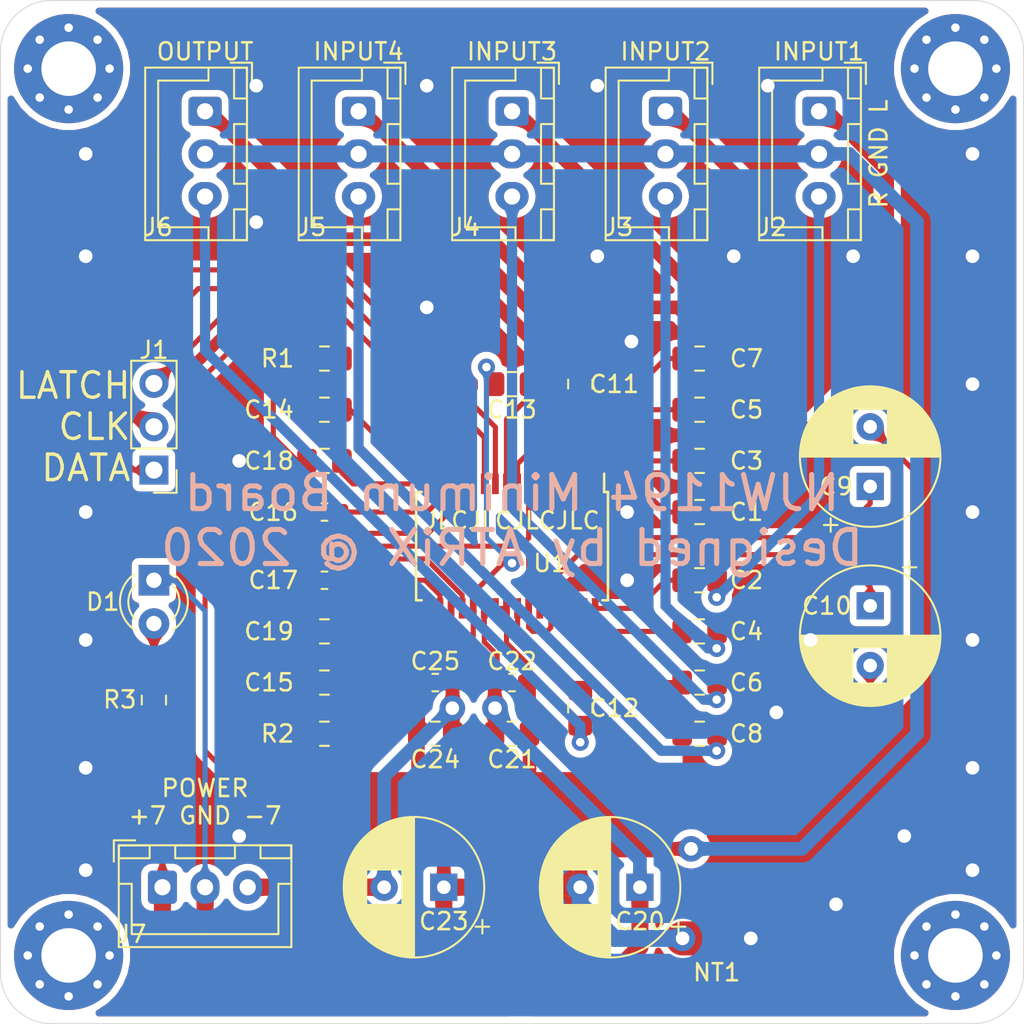
<source format=kicad_pcb>
(kicad_pcb (version 20171130) (host pcbnew "(5.1.5)-3")
  (layers (0 F.Cu signal) (31 B.Cu signal) (34 B.Paste user) (35 F.Paste user) (36 B.SilkS user) (37 F.SilkS user) (38 B.Mask user) (39 F.Mask user) (44 Edge.Cuts user))
  (net 0 "")
  (net 1 L1)
  (net 2 "Net-(C1-Pad1)")
  (net 3 "Net-(C2-Pad2)")
  (net 4 R1)
  (net 5 L2)
  (net 6 "Net-(C3-Pad1)")
  (net 7 "Net-(C4-Pad2)")
  (net 8 R2)
  (net 9 L3)
  (net 10 "Net-(C5-Pad1)")
  (net 11 "Net-(C6-Pad2)")
  (net 12 R3)
  (net 13 L4)
  (net 14 "Net-(C7-Pad1)")
  (net 15 "Net-(C8-Pad2)")
  (net 16 R4)
  (net 17 GND)
  (net 18 "Net-(C9-Pad1)")
  (net 19 "Net-(C10-Pad1)")
  (net 20 OUTL)
  (net 21 "Net-(C11-Pad1)")
  (net 22 "Net-(C12-Pad2)")
  (net 23 OUTR)
  (net 24 V-)
  (net 25 "Net-(C13-Pad1)")
  (net 26 "Net-(C14-Pad1)")
  (net 27 "Net-(C15-Pad2)")
  (net 28 "Net-(C16-Pad2)")
  (net 29 "Net-(C16-Pad1)")
  (net 30 "Net-(C17-Pad2)")
  (net 31 "Net-(C17-Pad1)")
  (net 32 "Net-(C18-Pad1)")
  (net 33 "Net-(C19-Pad2)")
  (net 34 V+)
  (net 35 "Net-(D1-Pad2)")
  (net 36 LATCH)
  (net 37 CLOCK)
  (net 38 DATA)
  (net 39 grd)
  (module NetTie:NetTie-2_SMD_Pad2.0mm (layer F.Cu) (at 142 105 180)
    (fp_text reference NT1 (at 0 -2) (layer F.SilkS))
    (fp_text value Net-Tie_2)
    (fp_poly (pts (xy -2 -1) (xy 2 -1) (xy 2 1) (xy -2 1)) (layer F.Cu) (width 0))
    (pad 2 smd circle (at 2 0 180) (size 2 2) (layers F.Cu) (net 17 GND))
    (pad 1 smd circle (at -2 0 180) (size 2 2) (layers F.Cu) (net 39 grd))
  )
  (module MountingHole:MountingHole_3.2mm_M3_Pad_Via (layer F.Cu) (at 104 106)
    (fp_text reference REF** hide)
    (fp_text value MountingHole_3.2mm_M3_Pad_Via)
    (pad 1 thru_hole circle (at 0 0) (size 6.4 6.4) (drill 3.2) (layers *.Cu *.Mask))
    (pad 1 thru_hole circle (at 2.4 0) (size 0.8 0.8) (drill 0.5) (layers *.Cu *.Mask))
    (pad 1 thru_hole circle (at 1.697056 1.697056) (size 0.8 0.8) (drill 0.5) (layers *.Cu *.Mask))
    (pad 1 thru_hole circle (at 0 2.4) (size 0.8 0.8) (drill 0.5) (layers *.Cu *.Mask))
    (pad 1 thru_hole circle (at -1.697056 1.697056) (size 0.8 0.8) (drill 0.5) (layers *.Cu *.Mask))
    (pad 1 thru_hole circle (at -2.4 0) (size 0.8 0.8) (drill 0.5) (layers *.Cu *.Mask))
    (pad 1 thru_hole circle (at -1.697056 -1.697056) (size 0.8 0.8) (drill 0.5) (layers *.Cu *.Mask))
    (pad 1 thru_hole circle (at 0 -2.4) (size 0.8 0.8) (drill 0.5) (layers *.Cu *.Mask))
    (pad 1 thru_hole circle (at 1.697056 -1.697056) (size 0.8 0.8) (drill 0.5) (layers *.Cu *.Mask))
  )
  (module Package_SO:TSSOP-32_6.1x11mm_P0.65mm (layer F.Cu) (at 130 82 270)
    (fp_text reference U1 (at 1 -2.25 180) (layer F.SilkS))
    (fp_text value NJW1194)
    (pad 32 smd rect (at 3.65 -4.875 270) (size 1.2 0.4) (layers F.Cu F.Paste F.Mask) (net 3 "Net-(C2-Pad2)"))
    (pad 31 smd rect (at 3.65 -4.225 270) (size 1.2 0.4) (layers F.Cu F.Paste F.Mask) (net 7 "Net-(C4-Pad2)"))
    (pad 30 smd rect (at 3.65 -3.575 270) (size 1.2 0.4) (layers F.Cu F.Paste F.Mask) (net 11 "Net-(C6-Pad2)"))
    (pad 29 smd rect (at 3.65 -2.925 270) (size 1.2 0.4) (layers F.Cu F.Paste F.Mask) (net 15 "Net-(C8-Pad2)"))
    (pad 28 smd rect (at 3.65 -2.275 270) (size 1.2 0.4) (layers F.Cu F.Paste F.Mask) (net 17 GND))
    (pad 27 smd rect (at 3.65 -1.625 270) (size 1.2 0.4) (layers F.Cu F.Paste F.Mask) (net 19 "Net-(C10-Pad1)"))
    (pad 26 smd rect (at 3.65 -0.975 270) (size 1.2 0.4) (layers F.Cu F.Paste F.Mask) (net 17 GND))
    (pad 25 smd rect (at 3.65 -0.325 270) (size 1.2 0.4) (layers F.Cu F.Paste F.Mask) (net 22 "Net-(C12-Pad2)"))
    (pad 24 smd rect (at 3.65 0.325 270) (size 1.2 0.4) (layers F.Cu F.Paste F.Mask) (net 17 GND))
    (pad 23 smd rect (at 3.65 0.975 270) (size 1.2 0.4) (layers F.Cu F.Paste F.Mask) (net 17 GND))
    (pad 22 smd rect (at 3.65 1.625 270) (size 1.2 0.4) (layers F.Cu F.Paste F.Mask) (net 34 V+))
    (pad 21 smd rect (at 3.65 2.275 270) (size 1.2 0.4) (layers F.Cu F.Paste F.Mask) (net 24 V-))
    (pad 20 smd rect (at 3.65 2.925 270) (size 1.2 0.4) (layers F.Cu F.Paste F.Mask) (net 17 GND))
    (pad 19 smd rect (at 3.65 3.575 270) (size 1.2 0.4) (layers F.Cu F.Paste F.Mask) (net 27 "Net-(C15-Pad2)"))
    (pad 18 smd rect (at 3.65 4.225 270) (size 1.2 0.4) (layers F.Cu F.Paste F.Mask) (net 30 "Net-(C17-Pad2)"))
    (pad 17 smd rect (at 3.65 4.875 270) (size 1.2 0.4) (layers F.Cu F.Paste F.Mask) (net 33 "Net-(C19-Pad2)"))
    (pad 16 smd rect (at -3.65 4.875 270) (size 1.2 0.4) (layers F.Cu F.Paste F.Mask) (net 32 "Net-(C18-Pad1)"))
    (pad 15 smd rect (at -3.65 4.225 270) (size 1.2 0.4) (layers F.Cu F.Paste F.Mask) (net 29 "Net-(C16-Pad1)"))
    (pad 14 smd rect (at -3.65 3.575 270) (size 1.2 0.4) (layers F.Cu F.Paste F.Mask) (net 26 "Net-(C14-Pad1)"))
    (pad 13 smd rect (at -3.65 2.925 270) (size 1.2 0.4) (layers F.Cu F.Paste F.Mask) (net 17 GND))
    (pad 12 smd rect (at -3.65 2.275 270) (size 1.2 0.4) (layers F.Cu F.Paste F.Mask) (net 36 LATCH))
    (pad 11 smd rect (at -3.65 1.625 270) (size 1.2 0.4) (layers F.Cu F.Paste F.Mask) (net 37 CLOCK))
    (pad 10 smd rect (at -3.65 0.975 270) (size 1.2 0.4) (layers F.Cu F.Paste F.Mask) (net 38 DATA))
    (pad 9 smd rect (at -3.65 0.325 270) (size 1.2 0.4) (layers F.Cu F.Paste F.Mask) (net 25 "Net-(C13-Pad1)"))
    (pad 8 smd rect (at -3.65 -0.325 270) (size 1.2 0.4) (layers F.Cu F.Paste F.Mask) (net 21 "Net-(C11-Pad1)"))
    (pad 7 smd rect (at -3.65 -0.975 270) (size 1.2 0.4) (layers F.Cu F.Paste F.Mask) (net 17 GND))
    (pad 6 smd rect (at -3.65 -1.625 270) (size 1.2 0.4) (layers F.Cu F.Paste F.Mask) (net 18 "Net-(C9-Pad1)"))
    (pad 5 smd rect (at -3.65 -2.275 270) (size 1.2 0.4) (layers F.Cu F.Paste F.Mask) (net 17 GND))
    (pad 4 smd rect (at -3.65 -2.925 270) (size 1.2 0.4) (layers F.Cu F.Paste F.Mask) (net 14 "Net-(C7-Pad1)"))
    (pad 3 smd rect (at -3.65 -3.575 270) (size 1.2 0.4) (layers F.Cu F.Paste F.Mask) (net 10 "Net-(C5-Pad1)"))
    (pad 2 smd rect (at -3.65 -4.225 270) (size 1.2 0.4) (layers F.Cu F.Paste F.Mask) (net 6 "Net-(C3-Pad1)"))
    (pad 1 smd rect (at -3.65 -4.875 270) (size 1.2 0.4) (layers F.Cu F.Paste F.Mask) (net 2 "Net-(C1-Pad1)"))
  )
  (module MountingHole:MountingHole_3.2mm_M3_Pad_Via (layer F.Cu) (at 104 54)
    (fp_text reference REF** hide)
    (fp_text value MountingHole_3.2mm_M3_Pad_Via)
    (pad 1 thru_hole circle (at 0 0) (size 6.4 6.4) (drill 3.2) (layers *.Cu *.Mask))
    (pad 1 thru_hole circle (at 2.4 0) (size 0.8 0.8) (drill 0.5) (layers *.Cu *.Mask))
    (pad 1 thru_hole circle (at 1.697056 1.697056) (size 0.8 0.8) (drill 0.5) (layers *.Cu *.Mask))
    (pad 1 thru_hole circle (at 0 2.4) (size 0.8 0.8) (drill 0.5) (layers *.Cu *.Mask))
    (pad 1 thru_hole circle (at -1.697056 1.697056) (size 0.8 0.8) (drill 0.5) (layers *.Cu *.Mask))
    (pad 1 thru_hole circle (at -2.4 0) (size 0.8 0.8) (drill 0.5) (layers *.Cu *.Mask))
    (pad 1 thru_hole circle (at -1.697056 -1.697056) (size 0.8 0.8) (drill 0.5) (layers *.Cu *.Mask))
    (pad 1 thru_hole circle (at 0 -2.4) (size 0.8 0.8) (drill 0.5) (layers *.Cu *.Mask))
    (pad 1 thru_hole circle (at 1.697056 -1.697056) (size 0.8 0.8) (drill 0.5) (layers *.Cu *.Mask))
  )
  (module MountingHole:MountingHole_3.2mm_M3_Pad_Via (layer F.Cu) (at 156 54)
    (fp_text reference REF** hide)
    (fp_text value MountingHole_3.2mm_M3_Pad_Via)
    (pad 1 thru_hole circle (at 0 0) (size 6.4 6.4) (drill 3.2) (layers *.Cu *.Mask))
    (pad 1 thru_hole circle (at 2.4 0) (size 0.8 0.8) (drill 0.5) (layers *.Cu *.Mask))
    (pad 1 thru_hole circle (at 1.697056 1.697056) (size 0.8 0.8) (drill 0.5) (layers *.Cu *.Mask))
    (pad 1 thru_hole circle (at 0 2.4) (size 0.8 0.8) (drill 0.5) (layers *.Cu *.Mask))
    (pad 1 thru_hole circle (at -1.697056 1.697056) (size 0.8 0.8) (drill 0.5) (layers *.Cu *.Mask))
    (pad 1 thru_hole circle (at -2.4 0) (size 0.8 0.8) (drill 0.5) (layers *.Cu *.Mask))
    (pad 1 thru_hole circle (at -1.697056 -1.697056) (size 0.8 0.8) (drill 0.5) (layers *.Cu *.Mask))
    (pad 1 thru_hole circle (at 0 -2.4) (size 0.8 0.8) (drill 0.5) (layers *.Cu *.Mask))
    (pad 1 thru_hole circle (at 1.697056 -1.697056) (size 0.8 0.8) (drill 0.5) (layers *.Cu *.Mask))
  )
  (module Connector_JST:JST_XH_B3B-XH-A_1x03_P2.50mm_Vertical (layer F.Cu) (at 112 56.5 270)
    (fp_text reference J6 (at 6.8 2.75 180) (layer F.SilkS))
    (fp_text value Conn_01x03_Female)
    (pad 3 thru_hole oval (at 5 0 270) (size 1.7 1.95) (drill 0.95) (layers *.Cu *.Mask) (net 23 OUTR))
    (pad 2 thru_hole oval (at 2.5 0 270) (size 1.7 1.95) (drill 0.95) (layers *.Cu *.Mask) (net 17 GND))
    (pad 1 thru_hole roundrect (at 0 0 270) (size 1.7 1.95) (drill 0.95) (layers *.Cu *.Mask) (roundrect_rratio 0.147059) (net 20 OUTL))
  )
  (module Connector_PinHeader_2.54mm:PinHeader_1x03_P2.54mm_Vertical (layer F.Cu) (at 109 77.54 180)
    (fp_text reference J1 (at 0 7.04) (layer F.SilkS))
    (fp_text value Conn_01x03_Male)
    (pad 3 thru_hole oval (at 0 5.08 180) (size 1.7 1.7) (drill 1) (layers *.Cu *.Mask) (net 36 LATCH))
    (pad 2 thru_hole oval (at 0 2.54 180) (size 1.7 1.7) (drill 1) (layers *.Cu *.Mask) (net 37 CLOCK))
    (pad 1 thru_hole rect (at 0 0 180) (size 1.7 1.7) (drill 1) (layers *.Cu *.Mask) (net 38 DATA))
  )
  (module MountingHole:MountingHole_3.2mm_M3_Pad_Via (layer F.Cu) (at 156 106)
    (fp_text reference REF** hide)
    (fp_text value MountingHole_3.2mm_M3_Pad_Via)
    (pad 1 thru_hole circle (at 1.697056 -1.697056) (size 0.8 0.8) (drill 0.5) (layers *.Cu *.Mask))
    (pad 1 thru_hole circle (at 0 -2.4) (size 0.8 0.8) (drill 0.5) (layers *.Cu *.Mask))
    (pad 1 thru_hole circle (at -1.697056 -1.697056) (size 0.8 0.8) (drill 0.5) (layers *.Cu *.Mask))
    (pad 1 thru_hole circle (at -2.4 0) (size 0.8 0.8) (drill 0.5) (layers *.Cu *.Mask))
    (pad 1 thru_hole circle (at -1.697056 1.697056) (size 0.8 0.8) (drill 0.5) (layers *.Cu *.Mask))
    (pad 1 thru_hole circle (at 0 2.4) (size 0.8 0.8) (drill 0.5) (layers *.Cu *.Mask))
    (pad 1 thru_hole circle (at 1.697056 1.697056) (size 0.8 0.8) (drill 0.5) (layers *.Cu *.Mask))
    (pad 1 thru_hole circle (at 2.4 0) (size 0.8 0.8) (drill 0.5) (layers *.Cu *.Mask))
    (pad 1 thru_hole circle (at 0 0) (size 6.4 6.4) (drill 3.2) (layers *.Cu *.Mask))
  )
  (module Capacitor_THT:CP_Radial_D8.0mm_P3.50mm (layer F.Cu) (at 126 102 180)
    (fp_text reference C23 (at 0 -2) (layer F.SilkS))
    (fp_text value 100uF)
    (pad 2 thru_hole circle (at 3.5 0 180) (size 1.6 1.6) (drill 0.8) (layers *.Cu *.Mask) (net 24 V-))
    (pad 1 thru_hole rect (at 0 0 180) (size 1.6 1.6) (drill 0.8) (layers *.Cu *.Mask) (net 17 GND))
  )
  (module Capacitor_THT:CP_Radial_D8.0mm_P3.50mm (layer F.Cu) (at 137.5 102 180)
    (fp_text reference C20 (at 0 -2) (layer F.SilkS))
    (fp_text value 100uF)
    (pad 2 thru_hole circle (at 3.5 0 180) (size 1.6 1.6) (drill 0.8) (layers *.Cu *.Mask) (net 17 GND))
    (pad 1 thru_hole rect (at 0 0 180) (size 1.6 1.6) (drill 0.8) (layers *.Cu *.Mask) (net 34 V+))
  )
  (module Capacitor_THT:CP_Radial_D8.0mm_P3.50mm (layer F.Cu) (at 151 85.5 270)
    (fp_text reference C10 (at 0 2.54 180) (layer F.SilkS))
    (fp_text value 100uf)
    (pad 2 thru_hole circle (at 3.5 0 270) (size 1.6 1.6) (drill 0.8) (layers *.Cu *.Mask) (net 17 GND))
    (pad 1 thru_hole rect (at 0 0 270) (size 1.6 1.6) (drill 0.8) (layers *.Cu *.Mask) (net 19 "Net-(C10-Pad1)"))
  )
  (module Capacitor_THT:CP_Radial_D8.0mm_P3.50mm (layer F.Cu) (at 151 78.5 90)
    (fp_text reference C9 (at 0 -2 180) (layer F.SilkS))
    (fp_text value 100uf)
    (pad 2 thru_hole circle (at 3.5 0 90) (size 1.6 1.6) (drill 0.8) (layers *.Cu *.Mask) (net 17 GND))
    (pad 1 thru_hole rect (at 0 0 90) (size 1.6 1.6) (drill 0.8) (layers *.Cu *.Mask) (net 18 "Net-(C9-Pad1)"))
  )
  (module Resistor_SMD:R_0805_2012Metric_Pad1.15x1.40mm_HandSolder (layer F.Cu) (at 109 91.025 270)
    (fp_text reference R3 (at -0.025 2 180) (layer F.SilkS))
    (fp_text value 1k-1.5k)
    (pad 2 smd roundrect (at 1.025 0 270) (size 1.15 1.4) (layers F.Cu F.Paste F.Mask) (roundrect_rratio 0.217391) (net 34 V+))
    (pad 1 smd roundrect (at -1.025 0 270) (size 1.15 1.4) (layers F.Cu F.Paste F.Mask) (roundrect_rratio 0.217391) (net 35 "Net-(D1-Pad2)"))
  )
  (module Resistor_SMD:R_0805_2012Metric_Pad1.15x1.40mm_HandSolder (layer F.Cu) (at 119 93 180)
    (fp_text reference R2 (at 2.75 0) (layer F.SilkS))
    (fp_text value 4.7K)
    (pad 2 smd roundrect (at 1.025 0 180) (size 1.15 1.4) (layers F.Cu F.Paste F.Mask) (roundrect_rratio 0.217391) (net 31 "Net-(C17-Pad1)"))
    (pad 1 smd roundrect (at -1.025 0 180) (size 1.15 1.4) (layers F.Cu F.Paste F.Mask) (roundrect_rratio 0.217391) (net 17 GND))
  )
  (module Resistor_SMD:R_0805_2012Metric_Pad1.15x1.40mm_HandSolder (layer F.Cu) (at 119 71)
    (fp_text reference R1 (at -2.75 0) (layer F.SilkS))
    (fp_text value 4.7K)
    (pad 2 smd roundrect (at 1.025 0) (size 1.15 1.4) (layers F.Cu F.Paste F.Mask) (roundrect_rratio 0.217391) (net 17 GND))
    (pad 1 smd roundrect (at -1.025 0) (size 1.15 1.4) (layers F.Cu F.Paste F.Mask) (roundrect_rratio 0.217391) (net 28 "Net-(C16-Pad2)"))
  )
  (module Connector_JST:JST_XH_B3B-XH-A_1x03_P2.50mm_Vertical (layer F.Cu) (at 109.5 102)
    (fp_text reference J7 (at -1.8 2.75) (layer F.SilkS))
    (fp_text value Conn_01x03_Female)
    (pad 3 thru_hole oval (at 5 0) (size 1.7 1.95) (drill 0.95) (layers *.Cu *.Mask) (net 24 V-))
    (pad 2 thru_hole oval (at 2.5 0) (size 1.7 1.95) (drill 0.95) (layers *.Cu *.Mask) (net 17 GND))
    (pad 1 thru_hole roundrect (at 0 0) (size 1.7 1.95) (drill 0.95) (layers *.Cu *.Mask) (roundrect_rratio 0.147059) (net 34 V+))
  )
  (module Connector_JST:JST_XH_B3B-XH-A_1x03_P2.50mm_Vertical (layer F.Cu) (at 121 56.5 270)
    (fp_text reference J5 (at 6.8 2.75 180) (layer F.SilkS))
    (fp_text value Conn_01x03_Female)
    (pad 3 thru_hole oval (at 5 0 270) (size 1.7 1.95) (drill 0.95) (layers *.Cu *.Mask) (net 16 R4))
    (pad 2 thru_hole oval (at 2.5 0 270) (size 1.7 1.95) (drill 0.95) (layers *.Cu *.Mask) (net 17 GND))
    (pad 1 thru_hole roundrect (at 0 0 270) (size 1.7 1.95) (drill 0.95) (layers *.Cu *.Mask) (roundrect_rratio 0.147059) (net 13 L4))
  )
  (module Connector_JST:JST_XH_B3B-XH-A_1x03_P2.50mm_Vertical (layer F.Cu) (at 130 56.5 270)
    (fp_text reference J4 (at 6.8 2.75 180) (layer F.SilkS))
    (fp_text value Conn_01x03_Female)
    (pad 3 thru_hole oval (at 5 0 270) (size 1.7 1.95) (drill 0.95) (layers *.Cu *.Mask) (net 12 R3))
    (pad 2 thru_hole oval (at 2.5 0 270) (size 1.7 1.95) (drill 0.95) (layers *.Cu *.Mask) (net 17 GND))
    (pad 1 thru_hole roundrect (at 0 0 270) (size 1.7 1.95) (drill 0.95) (layers *.Cu *.Mask) (roundrect_rratio 0.147059) (net 9 L3))
  )
  (module Connector_JST:JST_XH_B3B-XH-A_1x03_P2.50mm_Vertical (layer F.Cu) (at 139 56.5 270)
    (fp_text reference J3 (at 6.8 2.75 180) (layer F.SilkS))
    (fp_text value Conn_01x03_Female)
    (pad 3 thru_hole oval (at 5 0 270) (size 1.7 1.95) (drill 0.95) (layers *.Cu *.Mask) (net 8 R2))
    (pad 2 thru_hole oval (at 2.5 0 270) (size 1.7 1.95) (drill 0.95) (layers *.Cu *.Mask) (net 17 GND))
    (pad 1 thru_hole roundrect (at 0 0 270) (size 1.7 1.95) (drill 0.95) (layers *.Cu *.Mask) (roundrect_rratio 0.147059) (net 5 L2))
  )
  (module Connector_JST:JST_XH_B3B-XH-A_1x03_P2.50mm_Vertical (layer F.Cu) (at 148 56.5 270)
    (fp_text reference J2 (at 6.8 2.75 180) (layer F.SilkS))
    (fp_text value Conn_01x03_Female)
    (pad 3 thru_hole oval (at 5 0 270) (size 1.7 1.95) (drill 0.95) (layers *.Cu *.Mask) (net 4 R1))
    (pad 2 thru_hole oval (at 2.5 0 270) (size 1.7 1.95) (drill 0.95) (layers *.Cu *.Mask) (net 17 GND))
    (pad 1 thru_hole roundrect (at 0 0 270) (size 1.7 1.95) (drill 0.95) (layers *.Cu *.Mask) (roundrect_rratio 0.147059) (net 1 L1))
  )
  (module LED_THT:LED_D3.0mm (layer F.Cu) (at 109 84 270)
    (fp_text reference D1 (at 1.27 3 180) (layer F.SilkS))
    (fp_text value LED)
    (pad 2 thru_hole circle (at 2.54 0 270) (size 1.8 1.8) (drill 0.9) (layers *.Cu *.Mask) (net 35 "Net-(D1-Pad2)"))
    (pad 1 thru_hole rect (at 0 0 270) (size 1.8 1.8) (drill 0.9) (layers *.Cu *.Mask) (net 17 GND))
  )
  (module Capacitor_SMD:C_0603_1608Metric_Pad1.05x0.95mm_HandSolder (layer F.Cu) (at 125.5 90)
    (fp_text reference C25 (at 0 -1.25) (layer F.SilkS))
    (fp_text value 100nf)
    (pad 2 smd roundrect (at 0.875 0) (size 1.05 0.95) (layers F.Cu F.Paste F.Mask) (net 24 V-))
    (pad 1 smd roundrect (at -0.875 0) (size 1.05 0.95) (layers F.Cu F.Paste F.Mask) (net 17 GND))
  )
  (module Capacitor_SMD:C_0805_2012Metric_Pad1.15x1.40mm_HandSolder (layer F.Cu) (at 125.5 93)
    (fp_text reference C24 (at 0 1.5) (layer F.SilkS))
    (fp_text value 10uf)
    (pad 2 smd roundrect (at 1.025 0) (size 1.15 1.4) (layers F.Cu F.Paste F.Mask) (roundrect_rratio 0.217391) (net 24 V-))
    (pad 1 smd roundrect (at -1.025 0) (size 1.15 1.4) (layers F.Cu F.Paste F.Mask) (roundrect_rratio 0.217391) (net 17 GND))
  )
  (module Capacitor_SMD:C_0603_1608Metric_Pad1.05x0.95mm_HandSolder (layer F.Cu) (at 130 90)
    (fp_text reference C22 (at 0 -1.25) (layer F.SilkS))
    (fp_text value 100nf)
    (pad 2 smd roundrect (at 0.875 0) (size 1.05 0.95) (layers F.Cu F.Paste F.Mask) (net 17 GND))
    (pad 1 smd roundrect (at -0.875 0) (size 1.05 0.95) (layers F.Cu F.Paste F.Mask) (net 34 V+))
  )
  (module Capacitor_SMD:C_0805_2012Metric_Pad1.15x1.40mm_HandSolder (layer F.Cu) (at 130 93)
    (fp_text reference C21 (at 0 1.5) (layer F.SilkS))
    (fp_text value 10uf)
    (pad 2 smd roundrect (at 1.025 0) (size 1.15 1.4) (layers F.Cu F.Paste F.Mask) (roundrect_rratio 0.217391) (net 17 GND))
    (pad 1 smd roundrect (at -1.025 0) (size 1.15 1.4) (layers F.Cu F.Paste F.Mask) (roundrect_rratio 0.217391) (net 34 V+))
  )
  (module Capacitor_SMD:C_0805_2012Metric_Pad1.15x1.40mm_HandSolder (layer F.Cu) (at 119 87)
    (fp_text reference C19 (at -3.25 0) (layer F.SilkS))
    (fp_text value 4.7uf)
    (pad 2 smd roundrect (at 1.025 0) (size 1.15 1.4) (layers F.Cu F.Paste F.Mask) (roundrect_rratio 0.217391) (net 33 "Net-(C19-Pad2)"))
    (pad 1 smd roundrect (at -1.025 0) (size 1.15 1.4) (layers F.Cu F.Paste F.Mask) (roundrect_rratio 0.217391) (net 31 "Net-(C17-Pad1)"))
  )
  (module Capacitor_SMD:C_0805_2012Metric_Pad1.15x1.40mm_HandSolder (layer F.Cu) (at 119 77 180)
    (fp_text reference C18 (at 3.25 0) (layer F.SilkS))
    (fp_text value 4.7uf)
    (pad 2 smd roundrect (at 1.025 0 180) (size 1.15 1.4) (layers F.Cu F.Paste F.Mask) (roundrect_rratio 0.217391) (net 28 "Net-(C16-Pad2)"))
    (pad 1 smd roundrect (at -1.025 0 180) (size 1.15 1.4) (layers F.Cu F.Paste F.Mask) (roundrect_rratio 0.217391) (net 32 "Net-(C18-Pad1)"))
  )
  (module Capacitor_SMD:C_0603_1608Metric_Pad1.05x0.95mm_HandSolder (layer F.Cu) (at 119 84)
    (fp_text reference C17 (at -3 0) (layer F.SilkS))
    (fp_text value 100nf)
    (pad 2 smd roundrect (at 0.875 0) (size 1.05 0.95) (layers F.Cu F.Paste F.Mask) (net 30 "Net-(C17-Pad2)"))
    (pad 1 smd roundrect (at -0.875 0) (size 1.05 0.95) (layers F.Cu F.Paste F.Mask) (net 31 "Net-(C17-Pad1)"))
  )
  (module Capacitor_SMD:C_0603_1608Metric_Pad1.05x0.95mm_HandSolder (layer F.Cu) (at 119 80 180)
    (fp_text reference C16 (at 3 0) (layer F.SilkS))
    (fp_text value 100nf)
    (pad 2 smd roundrect (at 0.875 0 180) (size 1.05 0.95) (layers F.Cu F.Paste F.Mask) (net 28 "Net-(C16-Pad2)"))
    (pad 1 smd roundrect (at -0.875 0 180) (size 1.05 0.95) (layers F.Cu F.Paste F.Mask) (net 29 "Net-(C16-Pad1)"))
  )
  (module Capacitor_SMD:C_0805_2012Metric_Pad1.15x1.40mm_HandSolder (layer F.Cu) (at 119 90)
    (fp_text reference C15 (at -3.25 0) (layer F.SilkS))
    (fp_text value 3.3nf)
    (pad 2 smd roundrect (at 1.025 0) (size 1.15 1.4) (layers F.Cu F.Paste F.Mask) (roundrect_rratio 0.217391) (net 27 "Net-(C15-Pad2)"))
    (pad 1 smd roundrect (at -1.025 0) (size 1.15 1.4) (layers F.Cu F.Paste F.Mask) (roundrect_rratio 0.217391) (net 17 GND))
  )
  (module Capacitor_SMD:C_0805_2012Metric_Pad1.15x1.40mm_HandSolder (layer F.Cu) (at 119 74 180)
    (fp_text reference C14 (at 3.25 0 180) (layer F.SilkS))
    (fp_text value 3.3nf)
    (pad 2 smd roundrect (at 1.025 0 180) (size 1.15 1.4) (layers F.Cu F.Paste F.Mask) (roundrect_rratio 0.217391) (net 17 GND))
    (pad 1 smd roundrect (at -1.025 0 180) (size 1.15 1.4) (layers F.Cu F.Paste F.Mask) (roundrect_rratio 0.217391) (net 26 "Net-(C14-Pad1)"))
  )
  (module Capacitor_SMD:C_0805_2012Metric_Pad1.15x1.40mm_HandSolder (layer F.Cu) (at 130 72.5 180)
    (fp_text reference C13 (at 0 -1.5) (layer F.SilkS))
    (fp_text value 10uf)
    (pad 2 smd roundrect (at 1.025 0 180) (size 1.15 1.4) (layers F.Cu F.Paste F.Mask) (roundrect_rratio 0.217391) (net 24 V-))
    (pad 1 smd roundrect (at -1.025 0 180) (size 1.15 1.4) (layers F.Cu F.Paste F.Mask) (roundrect_rratio 0.217391) (net 25 "Net-(C13-Pad1)"))
  )
  (module Capacitor_SMD:C_0805_2012Metric_Pad1.15x1.40mm_HandSolder (layer F.Cu) (at 134 91.5 90)
    (fp_text reference C12 (at 0 2 180) (layer F.SilkS))
    (fp_text value 10uf)
    (pad 2 smd roundrect (at 1.025 0 90) (size 1.15 1.4) (layers F.Cu F.Paste F.Mask) (roundrect_rratio 0.217391) (net 22 "Net-(C12-Pad2)"))
    (pad 1 smd roundrect (at -1.025 0 90) (size 1.15 1.4) (layers F.Cu F.Paste F.Mask) (roundrect_rratio 0.217391) (net 23 OUTR))
  )
  (module Capacitor_SMD:C_0805_2012Metric_Pad1.15x1.40mm_HandSolder (layer F.Cu) (at 134 72.5 90)
    (fp_text reference C11 (at 0 2 180) (layer F.SilkS))
    (fp_text value 10uf)
    (pad 2 smd roundrect (at 1.025 0 90) (size 1.15 1.4) (layers F.Cu F.Paste F.Mask) (roundrect_rratio 0.217391) (net 20 OUTL))
    (pad 1 smd roundrect (at -1.025 0 90) (size 1.15 1.4) (layers F.Cu F.Paste F.Mask) (roundrect_rratio 0.217391) (net 21 "Net-(C11-Pad1)"))
  )
  (module Capacitor_SMD:C_0805_2012Metric_Pad1.15x1.40mm_HandSolder (layer F.Cu) (at 141 93 180)
    (fp_text reference C8 (at -2.75 0) (layer F.SilkS))
    (fp_text value 10uf)
    (pad 2 smd roundrect (at 1.025 0 180) (size 1.15 1.4) (layers F.Cu F.Paste F.Mask) (roundrect_rratio 0.217391) (net 15 "Net-(C8-Pad2)"))
    (pad 1 smd roundrect (at -1.025 0 180) (size 1.15 1.4) (layers F.Cu F.Paste F.Mask) (roundrect_rratio 0.217391) (net 16 R4))
  )
  (module Capacitor_SMD:C_0805_2012Metric_Pad1.15x1.40mm_HandSolder (layer F.Cu) (at 141 71)
    (fp_text reference C7 (at 2.75 0) (layer F.SilkS))
    (fp_text value 10uf)
    (pad 2 smd roundrect (at 1.025 0) (size 1.15 1.4) (layers F.Cu F.Paste F.Mask) (roundrect_rratio 0.217391) (net 13 L4))
    (pad 1 smd roundrect (at -1.025 0) (size 1.15 1.4) (layers F.Cu F.Paste F.Mask) (roundrect_rratio 0.217391) (net 14 "Net-(C7-Pad1)"))
  )
  (module Capacitor_SMD:C_0805_2012Metric_Pad1.15x1.40mm_HandSolder (layer F.Cu) (at 141 90 180)
    (fp_text reference C6 (at -2.75 0) (layer F.SilkS))
    (fp_text value 10uf)
    (pad 2 smd roundrect (at 1.025 0 180) (size 1.15 1.4) (layers F.Cu F.Paste F.Mask) (roundrect_rratio 0.217391) (net 11 "Net-(C6-Pad2)"))
    (pad 1 smd roundrect (at -1.025 0 180) (size 1.15 1.4) (layers F.Cu F.Paste F.Mask) (roundrect_rratio 0.217391) (net 12 R3))
  )
  (module Capacitor_SMD:C_0805_2012Metric_Pad1.15x1.40mm_HandSolder (layer F.Cu) (at 141 74)
    (fp_text reference C5 (at 2.75 0) (layer F.SilkS))
    (fp_text value 10uf)
    (pad 2 smd roundrect (at 1.025 0) (size 1.15 1.4) (layers F.Cu F.Paste F.Mask) (roundrect_rratio 0.217391) (net 9 L3))
    (pad 1 smd roundrect (at -1.025 0) (size 1.15 1.4) (layers F.Cu F.Paste F.Mask) (roundrect_rratio 0.217391) (net 10 "Net-(C5-Pad1)"))
  )
  (module Capacitor_SMD:C_0805_2012Metric_Pad1.15x1.40mm_HandSolder (layer F.Cu) (at 141 87 180)
    (fp_text reference C4 (at -2.75 0) (layer F.SilkS))
    (fp_text value 10uf)
    (pad 2 smd roundrect (at 1.025 0 180) (size 1.15 1.4) (layers F.Cu F.Paste F.Mask) (roundrect_rratio 0.217391) (net 7 "Net-(C4-Pad2)"))
    (pad 1 smd roundrect (at -1.025 0 180) (size 1.15 1.4) (layers F.Cu F.Paste F.Mask) (roundrect_rratio 0.217391) (net 8 R2))
  )
  (module Capacitor_SMD:C_0805_2012Metric_Pad1.15x1.40mm_HandSolder (layer F.Cu) (at 141 77)
    (fp_text reference C3 (at 2.75 0) (layer F.SilkS))
    (fp_text value 10uf)
    (pad 2 smd roundrect (at 1.025 0) (size 1.15 1.4) (layers F.Cu F.Paste F.Mask) (roundrect_rratio 0.217391) (net 5 L2))
    (pad 1 smd roundrect (at -1.025 0) (size 1.15 1.4) (layers F.Cu F.Paste F.Mask) (roundrect_rratio 0.217391) (net 6 "Net-(C3-Pad1)"))
  )
  (module Capacitor_SMD:C_0805_2012Metric_Pad1.15x1.40mm_HandSolder (layer F.Cu) (at 141 84 180)
    (fp_text reference C2 (at -2.75 0) (layer F.SilkS))
    (fp_text value 10uf)
    (pad 2 smd roundrect (at 1.025 0 180) (size 1.15 1.4) (layers F.Cu F.Paste F.Mask) (roundrect_rratio 0.217391) (net 3 "Net-(C2-Pad2)"))
    (pad 1 smd roundrect (at -1.025 0 180) (size 1.15 1.4) (layers F.Cu F.Paste F.Mask) (roundrect_rratio 0.217391) (net 4 R1))
  )
  (module Capacitor_SMD:C_0805_2012Metric_Pad1.15x1.40mm_HandSolder (layer F.Cu) (at 141 80)
    (fp_text reference C1 (at 2.75 0) (layer F.SilkS))
    (fp_text value 10uf)
    (pad 2 smd roundrect (at 1.025 0) (size 1.15 1.4) (layers F.Cu F.Paste F.Mask) (roundrect_rratio 0.217391) (net 1 L1))
    (pad 1 smd roundrect (at -1.025 0) (size 1.15 1.4) (layers F.Cu F.Paste F.Mask) (roundrect_rratio 0.217391) (net 2 "Net-(C1-Pad1)"))
  )
  (gr_text "LATCH\nCLK\nDATA\n" (at 107.75 75) (layer F.SilkS) (effects (font (size 1.5 1.5) (thickness 0.2)) (justify right)))
  (gr_text JLCJLCJLCJLC (at 130 80.5) (layer F.SilkS) (effects (font (size 1 1))))
  (gr_text "NJW1194 Minimum Board\nDesigned by ATRiX @ 2020" (at 130 80.5) (layer B.SilkS) (effects (font (size 2 2) (thickness 0.3)) (justify mirror)))
  (gr_text "POWER\n+7 GND -7" (at 112 97) (layer F.SilkS) (effects (font (size 1 1))))
  (gr_text OUTPUT (at 112 53) (layer F.SilkS) (effects (font (size 1 1))))
  (gr_text INPUT4 (at 121 53) (layer F.SilkS) (effects (font (size 1 1))))
  (gr_text INPUT3 (at 130 53) (layer F.SilkS) (effects (font (size 1 1))))
  (gr_text INPUT2 (at 139 53) (layer F.SilkS) (effects (font (size 1 1))))
  (gr_text INPUT1 (at 148 53) (layer F.SilkS) (effects (font (size 1 1))))
  (gr_text "R GND L" (at 151.5 59 90) (layer F.SilkS) (effects (font (size 1 1))))
  (gr_arc (start 157 53) (end 160 53) (angle -90) (layer Edge.Cuts) (width 0.05))
  (gr_arc (start 103 53) (end 103 50) (angle -90) (layer Edge.Cuts) (width 0.05))
  (gr_arc (start 103 107) (end 100 107) (angle -90) (layer Edge.Cuts) (width 0.05))
  (gr_arc (start 157 107) (end 157 110) (angle -90) (layer Edge.Cuts) (width 0.05))
  (gr_line (start 157 110) (end 103 110) (layer Edge.Cuts) (width 0.05))
  (gr_line (start 160 53) (end 160 107) (layer Edge.Cuts) (width 0.05))
  (gr_line (start 103 50) (end 157 50) (layer Edge.Cuts) (width 0.05))
  (gr_line (start 100 53) (end 100 107) (layer Edge.Cuts) (width 0.05))
  (segment (start 142.6 80) (end 142.025 80) (width 0.8) (layer F.Cu) (net 1))
  (segment (start 152 70.6) (end 142.6 80) (width 0.8) (layer F.Cu) (net 1))
  (segment (start 152 60) (end 152 70.6) (width 0.8) (layer F.Cu) (net 1))
  (segment (start 148 56.5) (end 148.5 56.5) (width 0.8) (layer F.Cu) (net 1))
  (segment (start 148.5 56.5) (end 152 60) (width 0.8) (layer F.Cu) (net 1))
  (via (at 144 105) (size 1.5) (drill 0.8) (layers F.Cu B.Cu) (net 39))
  (segment (start 139 80) (end 139.975 80) (width 0.3) (layer F.Cu) (net 2))
  (segment (start 134.875 78.35) (end 137.35 78.35) (width 0.3) (layer F.Cu) (net 2))
  (segment (start 137.35 78.35) (end 139 80) (width 0.3) (layer F.Cu) (net 2))
  (segment (start 139 84) (end 139.975 84) (width 0.3) (layer F.Cu) (net 3))
  (segment (start 134.875 85.65) (end 137.35 85.65) (width 0.3) (layer F.Cu) (net 3))
  (segment (start 137.35 85.65) (end 139 84) (width 0.3) (layer F.Cu) (net 3))
  (segment (start 148 61.5) (end 148 79) (width 0.6) (layer B.Cu) (net 4))
  (via (at 142 85) (size 1) (drill 0.5) (layers F.Cu B.Cu) (net 4))
  (segment (start 148 79) (end 142 85) (width 0.6) (layer B.Cu) (net 4))
  (segment (start 142 84.025) (end 142.025 84) (width 0.6) (layer F.Cu) (net 4))
  (segment (start 142 85) (end 142 84.025) (width 0.6) (layer F.Cu) (net 4))
  (segment (start 146 73.6) (end 142.6 77) (width 0.8) (layer F.Cu) (net 5))
  (segment (start 142.6 77) (end 142.025 77) (width 0.8) (layer F.Cu) (net 5))
  (segment (start 146 63.125) (end 146 73.6) (width 0.8) (layer F.Cu) (net 5))
  (segment (start 139 56.5) (end 139.375 56.5) (width 0.8) (layer F.Cu) (net 5))
  (segment (start 139.375 56.5) (end 146 63.125) (width 0.8) (layer F.Cu) (net 5))
  (segment (start 139.4 77) (end 139.975 77) (width 0.3) (layer F.Cu) (net 6))
  (segment (start 134.794998 77) (end 139.4 77) (width 0.3) (layer F.Cu) (net 6))
  (segment (start 134.225 78.35) (end 134.225 77.569998) (width 0.3) (layer F.Cu) (net 6))
  (segment (start 134.225 77.569998) (end 134.794998 77) (width 0.3) (layer F.Cu) (net 6))
  (segment (start 134.794998 87) (end 139.4 87) (width 0.3) (layer F.Cu) (net 7))
  (segment (start 134.225 86.430002) (end 134.794998 87) (width 0.3) (layer F.Cu) (net 7))
  (segment (start 139.4 87) (end 139.975 87) (width 0.3) (layer F.Cu) (net 7))
  (segment (start 134.225 85.65) (end 134.225 86.430002) (width 0.3) (layer F.Cu) (net 7))
  (via (at 142 88) (size 1) (drill 0.5) (layers F.Cu B.Cu) (net 8))
  (segment (start 142 87.025) (end 142.025 87) (width 0.6) (layer F.Cu) (net 8))
  (segment (start 142 88) (end 142 87.025) (width 0.6) (layer F.Cu) (net 8))
  (segment (start 141.5 88) (end 142 88) (width 0.6) (layer B.Cu) (net 8))
  (segment (start 139 61.5) (end 139 85.5) (width 0.6) (layer B.Cu) (net 8))
  (segment (start 139 85.5) (end 141.5 88) (width 0.6) (layer B.Cu) (net 8))
  (segment (start 142.6 74) (end 142.025 74) (width 0.8) (layer F.Cu) (net 9))
  (segment (start 143.75 72.85) (end 142.6 74) (width 0.8) (layer F.Cu) (net 9))
  (segment (start 143.75 70) (end 143.75 72.85) (width 0.8) (layer F.Cu) (net 9))
  (segment (start 130 56.5) (end 130.25 56.5) (width 0.8) (layer F.Cu) (net 9))
  (segment (start 130.25 56.5) (end 143.75 70) (width 0.8) (layer F.Cu) (net 9))
  (segment (start 133.575 77.425) (end 137 74) (width 0.3) (layer F.Cu) (net 10))
  (segment (start 133.575 78.35) (end 133.575 77.425) (width 0.3) (layer F.Cu) (net 10))
  (segment (start 137 74) (end 139.4 74) (width 0.3) (layer F.Cu) (net 10))
  (segment (start 139.4 74) (end 139.975 74) (width 0.3) (layer F.Cu) (net 10))
  (segment (start 133.575 85.65) (end 133.575 86.55) (width 0.3) (layer F.Cu) (net 11))
  (segment (start 133.575 86.55) (end 137.025 90) (width 0.3) (layer F.Cu) (net 11))
  (segment (start 137.025 90) (end 139.975 90) (width 0.3) (layer F.Cu) (net 11))
  (via (at 142 91) (size 1) (drill 0.5) (layers F.Cu B.Cu) (net 12))
  (segment (start 142 90.025) (end 142.025 90) (width 0.6) (layer F.Cu) (net 12))
  (segment (start 142 91) (end 142 90.025) (width 0.6) (layer F.Cu) (net 12))
  (segment (start 141.25 91) (end 142 91) (width 0.6) (layer B.Cu) (net 12))
  (segment (start 130 61.5) (end 130 79.75) (width 0.6) (layer B.Cu) (net 12))
  (segment (start 130 79.75) (end 141.25 91) (width 0.6) (layer B.Cu) (net 12))
  (segment (start 142.025 70.275) (end 142.025 71) (width 0.8) (layer F.Cu) (net 13))
  (segment (start 139.75 68) (end 142.025 70.275) (width 0.8) (layer F.Cu) (net 13))
  (segment (start 121 56.5) (end 121.25 56.5) (width 0.8) (layer F.Cu) (net 13))
  (segment (start 132.75 68) (end 139.75 68) (width 0.8) (layer F.Cu) (net 13))
  (segment (start 121.25 56.5) (end 132.75 68) (width 0.8) (layer F.Cu) (net 13))
  (segment (start 139 71) (end 139.4 71) (width 0.3) (layer F.Cu) (net 14))
  (segment (start 139.4 71) (end 139.975 71) (width 0.3) (layer F.Cu) (net 14))
  (segment (start 132.925 77.075) (end 139 71) (width 0.3) (layer F.Cu) (net 14))
  (segment (start 132.925 78.35) (end 132.925 77.075) (width 0.3) (layer F.Cu) (net 14))
  (segment (start 132.925 86.925) (end 139 93) (width 0.3) (layer F.Cu) (net 15))
  (segment (start 139 93) (end 139.975 93) (width 0.3) (layer F.Cu) (net 15))
  (segment (start 132.925 85.65) (end 132.925 86.925) (width 0.3) (layer F.Cu) (net 15))
  (via (at 142 94) (size 1) (drill 0.5) (layers F.Cu B.Cu) (net 16))
  (segment (start 142 93.025) (end 142.025 93) (width 0.6) (layer F.Cu) (net 16))
  (segment (start 142 94) (end 142 93.025) (width 0.6) (layer F.Cu) (net 16))
  (segment (start 138.75 94) (end 142 94) (width 0.6) (layer B.Cu) (net 16))
  (segment (start 121 61.5) (end 121 76.25) (width 0.6) (layer B.Cu) (net 16))
  (segment (start 121 76.25) (end 138.75 94) (width 0.6) (layer B.Cu) (net 16))
  (segment (start 112 59) (end 148 59) (width 1) (layer B.Cu) (net 17))
  (segment (start 130.875 90) (end 131 90.125) (width 0.8) (layer F.Cu) (net 17))
  (segment (start 131 92.975) (end 131.025 93) (width 0.8) (layer F.Cu) (net 17))
  (segment (start 131 90.125) (end 131 92.975) (width 0.8) (layer F.Cu) (net 17))
  (segment (start 124.625 90) (end 124.5 90.125) (width 0.8) (layer F.Cu) (net 17))
  (segment (start 124.5 92.975) (end 124.475 93) (width 0.8) (layer F.Cu) (net 17))
  (segment (start 124.5 90.125) (end 124.5 92.975) (width 0.8) (layer F.Cu) (net 17))
  (segment (start 131.2125 87) (end 130.975 86.7625) (width 0.3) (layer F.Cu) (net 17))
  (segment (start 130.975 86.7625) (end 130.975 85.65) (width 0.3) (layer F.Cu) (net 17))
  (segment (start 132.05 87) (end 131.2125 87) (width 0.3) (layer F.Cu) (net 17))
  (segment (start 132.275 85.65) (end 132.275 86.775) (width 0.3) (layer F.Cu) (net 17))
  (segment (start 132.275 86.775) (end 132.05 87) (width 0.3) (layer F.Cu) (net 17))
  (segment (start 131.275 77) (end 132 77) (width 0.3) (layer F.Cu) (net 17))
  (segment (start 132 77) (end 132.275 77.275) (width 0.3) (layer F.Cu) (net 17))
  (segment (start 130.975 78.35) (end 130.975 77.3) (width 0.3) (layer F.Cu) (net 17))
  (segment (start 132.275 77.275) (end 132.275 78.35) (width 0.3) (layer F.Cu) (net 17))
  (segment (start 130.975 77.3) (end 131.275 77) (width 0.3) (layer F.Cu) (net 17))
  (segment (start 134 102) (end 126 102) (width 1) (layer F.Cu) (net 17))
  (segment (start 117.975 90) (end 117.975 90.475) (width 0.3) (layer F.Cu) (net 17))
  (segment (start 120.025 92.525) (end 120.025 93) (width 0.3) (layer F.Cu) (net 17))
  (segment (start 117.975 90.475) (end 120.025 92.525) (width 0.3) (layer F.Cu) (net 17))
  (segment (start 120.025 71.475) (end 120.025 71) (width 0.3) (layer F.Cu) (net 17))
  (segment (start 117.975 74) (end 117.975 73.525) (width 0.3) (layer F.Cu) (net 17))
  (segment (start 117.975 73.525) (end 120.025 71.475) (width 0.3) (layer F.Cu) (net 17))
  (segment (start 129.675 85.65) (end 129.025 85.65) (width 0.3) (layer F.Cu) (net 17))
  (segment (start 130.875 88.875) (end 130.875 90) (width 0.3) (layer F.Cu) (net 17))
  (segment (start 129.675 85.65) (end 129.675 87.675) (width 0.3) (layer F.Cu) (net 17))
  (segment (start 129.675 87.675) (end 130.875 88.875) (width 0.3) (layer F.Cu) (net 17))
  (segment (start 126 98.75) (end 124.475 97.225) (width 0.8) (layer F.Cu) (net 17))
  (segment (start 134 100.25) (end 134 102) (width 0.8) (layer F.Cu) (net 17))
  (segment (start 131.025 93) (end 131.025 97.275) (width 0.8) (layer F.Cu) (net 17))
  (segment (start 130.975 85.65) (end 130.975 82.475) (width 0.3) (layer F.Cu) (net 17))
  (segment (start 130.975 82.475) (end 130.5 82) (width 0.3) (layer F.Cu) (net 17))
  (segment (start 130.975 81.525) (end 130.5 82) (width 0.3) (layer F.Cu) (net 17))
  (segment (start 130.975 78.35) (end 130.975 81.525) (width 0.3) (layer F.Cu) (net 17))
  (segment (start 119.725 97.225) (end 115 92.5) (width 0.3) (layer F.Cu) (net 17))
  (segment (start 124.955002 82.75) (end 127.075 84.869998) (width 0.3) (layer F.Cu) (net 17))
  (segment (start 124.475 97.225) (end 119.725 97.225) (width 0.3) (layer F.Cu) (net 17))
  (segment (start 116.25 82.75) (end 124.955002 82.75) (width 0.3) (layer F.Cu) (net 17))
  (segment (start 127.075 84.869998) (end 127.075 85.65) (width 0.3) (layer F.Cu) (net 17))
  (segment (start 115 92.5) (end 115 84) (width 0.3) (layer F.Cu) (net 17))
  (segment (start 115 84) (end 116.25 82.75) (width 0.3) (layer F.Cu) (net 17))
  (segment (start 126 99.75) (end 126 98.75) (width 0.8) (layer F.Cu) (net 17))
  (segment (start 126 100.5) (end 126 99.75) (width 0.8) (layer F.Cu) (net 17))
  (segment (start 126 102) (end 126 100.5) (width 0.8) (layer F.Cu) (net 17))
  (segment (start 115.5 82) (end 114 83.5) (width 0.3) (layer F.Cu) (net 17))
  (segment (start 114 93) (end 119.25 98.25) (width 0.3) (layer F.Cu) (net 17))
  (segment (start 125.5 98.25) (end 126 98.75) (width 0.3) (layer F.Cu) (net 17))
  (segment (start 130.5 82) (end 115.5 82) (width 0.3) (layer F.Cu) (net 17))
  (segment (start 114 83.5) (end 114 93) (width 0.3) (layer F.Cu) (net 17))
  (segment (start 119.25 98.25) (end 125.5 98.25) (width 0.3) (layer F.Cu) (net 17))
  (segment (start 125.5 99.25) (end 126 99.75) (width 0.3) (layer F.Cu) (net 17))
  (segment (start 118.75 99.25) (end 125.5 99.25) (width 0.3) (layer F.Cu) (net 17))
  (segment (start 127.075 79.25) (end 125.075 81.25) (width 0.3) (layer F.Cu) (net 17))
  (segment (start 127.075 78.35) (end 127.075 79.25) (width 0.3) (layer F.Cu) (net 17))
  (segment (start 113 93.5) (end 118.75 99.25) (width 0.3) (layer F.Cu) (net 17))
  (segment (start 125.075 81.25) (end 114.75 81.25) (width 0.3) (layer F.Cu) (net 17))
  (segment (start 114.75 81.25) (end 113 83) (width 0.3) (layer F.Cu) (net 17))
  (segment (start 113 83) (end 113 93.5) (width 0.3) (layer F.Cu) (net 17))
  (segment (start 125.75 100.25) (end 126 100.5) (width 0.3) (layer F.Cu) (net 17))
  (segment (start 118.25 100.25) (end 125.75 100.25) (width 0.3) (layer F.Cu) (net 17))
  (segment (start 112 94) (end 118.25 100.25) (width 0.3) (layer F.Cu) (net 17))
  (segment (start 120.025 70.3) (end 118.975 69.25) (width 0.3) (layer F.Cu) (net 17))
  (segment (start 114.75 69.25) (end 112 72) (width 0.3) (layer F.Cu) (net 17))
  (segment (start 120.025 71) (end 120.025 70.3) (width 0.3) (layer F.Cu) (net 17))
  (segment (start 118.975 69.25) (end 114.75 69.25) (width 0.3) (layer F.Cu) (net 17))
  (segment (start 112 72) (end 112 94) (width 0.3) (layer F.Cu) (net 17))
  (segment (start 151 89) (end 151 90.13137) (width 0.3) (layer F.Cu) (net 17))
  (segment (start 143.88137 97.25) (end 131 97.25) (width 0.3) (layer F.Cu) (net 17))
  (segment (start 131.025 97.275) (end 131 97.25) (width 0.8) (layer F.Cu) (net 17))
  (segment (start 151 90.13137) (end 143.88137 97.25) (width 0.3) (layer F.Cu) (net 17))
  (segment (start 131 97.25) (end 132 98.25) (width 0.8) (layer F.Cu) (net 17))
  (segment (start 153.5 90) (end 145.25 98.25) (width 0.3) (layer F.Cu) (net 17))
  (segment (start 151 75) (end 153.5 77.5) (width 0.3) (layer F.Cu) (net 17))
  (segment (start 145.25 98.25) (end 132 98.25) (width 0.3) (layer F.Cu) (net 17))
  (segment (start 153.5 77.5) (end 153.5 90) (width 0.3) (layer F.Cu) (net 17))
  (segment (start 149.775 59) (end 153.75 62.975) (width 0.8) (layer B.Cu) (net 17))
  (segment (start 148 59) (end 149.775 59) (width 0.8) (layer B.Cu) (net 17))
  (segment (start 153.75 62.975) (end 153.75 93) (width 0.8) (layer B.Cu) (net 17))
  (via (at 140.5 99.75) (size 1.5) (drill 0.8) (layers F.Cu B.Cu) (net 17))
  (segment (start 153.75 93) (end 147 99.75) (width 0.8) (layer B.Cu) (net 17))
  (segment (start 147 99.75) (end 140.5 99.75) (width 0.8) (layer B.Cu) (net 17))
  (segment (start 132 98.25) (end 133.5 99.75) (width 0.8) (layer F.Cu) (net 17))
  (segment (start 140.5 99.75) (end 133.5 99.75) (width 0.8) (layer F.Cu) (net 17))
  (segment (start 133.5 99.75) (end 134 100.25) (width 0.8) (layer F.Cu) (net 17))
  (segment (start 122.575 96.25) (end 124.5 96.25) (width 0.3) (layer F.Cu) (net 17))
  (segment (start 120.025 93) (end 120.025 93.7) (width 0.3) (layer F.Cu) (net 17))
  (segment (start 120.025 93.7) (end 122.575 96.25) (width 0.3) (layer F.Cu) (net 17))
  (segment (start 124.475 97.225) (end 124.5 96.25) (width 0.8) (layer F.Cu) (net 17))
  (segment (start 124.5 96.25) (end 124.475 93) (width 0.8) (layer F.Cu) (net 17))
  (segment (start 112 85.8) (end 112 100.725) (width 0.3) (layer B.Cu) (net 17))
  (segment (start 110.2 84) (end 112 85.8) (width 0.3) (layer B.Cu) (net 17))
  (segment (start 112 100.725) (end 112 102) (width 0.3) (layer B.Cu) (net 17))
  (segment (start 109 84) (end 110.2 84) (width 0.3) (layer B.Cu) (net 17))
  (segment (start 112 103.975) (end 113.025 105) (width 1) (layer F.Cu) (net 17))
  (segment (start 112 102) (end 112 103.975) (width 1) (layer F.Cu) (net 17))
  (segment (start 126 103.8) (end 126 102) (width 1) (layer F.Cu) (net 17))
  (segment (start 124.8 105) (end 126 103.8) (width 1) (layer F.Cu) (net 17))
  (segment (start 113.025 105) (end 124.8 105) (width 1) (layer F.Cu) (net 17))
  (via (at 140 105) (size 1.5) (drill 0.8) (layers F.Cu B.Cu) (net 17))
  (segment (start 136 105) (end 140 105) (width 1) (layer B.Cu) (net 17))
  (segment (start 134 102) (end 134 103) (width 1) (layer B.Cu) (net 17))
  (segment (start 134 103) (end 136 105) (width 1) (layer B.Cu) (net 17))
  (segment (start 133.875 81.5) (end 131.625 79.25) (width 0.3) (layer F.Cu) (net 18))
  (segment (start 149 81.5) (end 133.875 81.5) (width 0.3) (layer F.Cu) (net 18))
  (segment (start 151 78.5) (end 151 79.5) (width 0.3) (layer F.Cu) (net 18))
  (segment (start 131.625 79.25) (end 131.625 78.35) (width 0.3) (layer F.Cu) (net 18))
  (segment (start 151 79.5) (end 149 81.5) (width 0.3) (layer F.Cu) (net 18))
  (segment (start 131.625 84.75) (end 131.625 85.65) (width 0.3) (layer F.Cu) (net 19))
  (segment (start 149.10001 82.50001) (end 133.87499 82.50001) (width 0.3) (layer F.Cu) (net 19))
  (segment (start 151 85.5) (end 151 84.4) (width 0.3) (layer F.Cu) (net 19))
  (segment (start 133.87499 82.50001) (end 131.625 84.75) (width 0.3) (layer F.Cu) (net 19))
  (segment (start 151 84.4) (end 149.10001 82.50001) (width 0.3) (layer F.Cu) (net 19))
  (segment (start 119.75 64) (end 112.25 56.5) (width 0.8) (layer F.Cu) (net 20))
  (segment (start 125.25 64) (end 119.75 64) (width 0.8) (layer F.Cu) (net 20))
  (segment (start 112.25 56.5) (end 112 56.5) (width 0.8) (layer F.Cu) (net 20))
  (segment (start 134 71.475) (end 132.725 71.475) (width 0.8) (layer F.Cu) (net 20))
  (segment (start 132.725 71.475) (end 125.25 64) (width 0.8) (layer F.Cu) (net 20))
  (segment (start 133.975 73.525) (end 134 73.525) (width 0.3) (layer F.Cu) (net 21))
  (segment (start 130.325 78.35) (end 130.325 77.175) (width 0.3) (layer F.Cu) (net 21))
  (segment (start 130.325 77.175) (end 133.975 73.525) (width 0.3) (layer F.Cu) (net 21))
  (segment (start 130.325 86.55) (end 130.325 85.65) (width 0.3) (layer F.Cu) (net 22))
  (segment (start 130.325 86.9125) (end 130.325 86.55) (width 0.3) (layer F.Cu) (net 22))
  (segment (start 134 90.475) (end 133.8875 90.475) (width 0.3) (layer F.Cu) (net 22))
  (segment (start 133.8875 90.475) (end 130.325 86.9125) (width 0.3) (layer F.Cu) (net 22))
  (via (at 134 93.5) (size 1) (drill 0.5) (layers F.Cu B.Cu) (net 23))
  (segment (start 134 93.5) (end 134 92.525) (width 0.8) (layer F.Cu) (net 23))
  (segment (start 134 92.525) (end 134 93.5) (width 0.6) (layer B.Cu) (net 23))
  (segment (start 112 61.5) (end 112 70.525) (width 0.6) (layer B.Cu) (net 23))
  (segment (start 112 70.525) (end 134 92.525) (width 0.6) (layer B.Cu) (net 23))
  (segment (start 126.525 90.15) (end 126.375 90) (width 0.8) (layer F.Cu) (net 24))
  (segment (start 114.5 102) (end 122.5 102) (width 1) (layer F.Cu) (net 24))
  (segment (start 127.725 86.55) (end 127.725 85.65) (width 0.3) (layer F.Cu) (net 24))
  (segment (start 127.725 87.65) (end 127.725 86.55) (width 0.3) (layer F.Cu) (net 24))
  (segment (start 126.375 90) (end 126.375 89) (width 0.3) (layer F.Cu) (net 24))
  (segment (start 126.375 89) (end 127.725 87.65) (width 0.3) (layer F.Cu) (net 24))
  (via (at 128.5 71.5) (size 1) (drill 0.5) (layers F.Cu B.Cu) (net 24))
  (segment (start 128.5 72.025) (end 128.975 72.5) (width 0.3) (layer F.Cu) (net 24))
  (segment (start 128.5 71.5) (end 128.5 72.025) (width 0.3) (layer F.Cu) (net 24))
  (via (at 126.5 91.5) (size 1.5) (drill 0.8) (layers F.Cu B.Cu) (net 24))
  (segment (start 122.5 95.5) (end 126.5 91.5) (width 0.8) (layer B.Cu) (net 24))
  (segment (start 126.525 93) (end 126.5 91.5) (width 0.8) (layer F.Cu) (net 24))
  (segment (start 122.5 102) (end 122.5 95.5) (width 0.8) (layer B.Cu) (net 24))
  (segment (start 126.5 91.5) (end 126.525 90.15) (width 0.8) (layer F.Cu) (net 24))
  (segment (start 129.500001 82.500001) (end 130 83) (width 0.3) (layer B.Cu) (net 24))
  (segment (start 127.725 84.75) (end 129.475 83) (width 0.3) (layer F.Cu) (net 24))
  (segment (start 129.475 83) (end 130 83) (width 0.3) (layer F.Cu) (net 24))
  (via (at 130 83) (size 1) (drill 0.5) (layers F.Cu B.Cu) (net 24))
  (segment (start 128.5 71.5) (end 128.5 81.5) (width 0.3) (layer B.Cu) (net 24))
  (segment (start 127.725 85.65) (end 127.725 84.75) (width 0.3) (layer F.Cu) (net 24))
  (segment (start 128.5 81.5) (end 129.500001 82.500001) (width 0.3) (layer B.Cu) (net 24))
  (segment (start 131.025 73.225) (end 131.025 72.5) (width 0.3) (layer F.Cu) (net 25))
  (segment (start 129.675 78.35) (end 129.675 74.575) (width 0.3) (layer F.Cu) (net 25))
  (segment (start 129.675 74.575) (end 131.025 73.225) (width 0.3) (layer F.Cu) (net 25))
  (segment (start 124.975 76) (end 126.425 77.45) (width 0.3) (layer F.Cu) (net 26))
  (segment (start 122.5 76) (end 124.975 76) (width 0.3) (layer F.Cu) (net 26))
  (segment (start 120.025 74) (end 120.5 74) (width 0.3) (layer F.Cu) (net 26))
  (segment (start 126.425 77.45) (end 126.425 78.35) (width 0.3) (layer F.Cu) (net 26))
  (segment (start 120.5 74) (end 122.5 76) (width 0.3) (layer F.Cu) (net 26))
  (segment (start 126.425 86.55) (end 126.425 85.65) (width 0.3) (layer F.Cu) (net 27))
  (segment (start 124.975 88) (end 126.425 86.55) (width 0.3) (layer F.Cu) (net 27))
  (segment (start 120.025 90) (end 120.5 90) (width 0.3) (layer F.Cu) (net 27))
  (segment (start 122.5 88) (end 124.975 88) (width 0.3) (layer F.Cu) (net 27))
  (segment (start 120.5 90) (end 122.5 88) (width 0.3) (layer F.Cu) (net 27))
  (segment (start 118.125 77.15) (end 117.975 77) (width 0.3) (layer F.Cu) (net 28))
  (segment (start 118.125 80) (end 118.125 77.15) (width 0.3) (layer F.Cu) (net 28))
  (segment (start 116 75.6) (end 117.4 77) (width 0.3) (layer F.Cu) (net 28))
  (segment (start 116 72.4) (end 116 75.6) (width 0.3) (layer F.Cu) (net 28))
  (segment (start 117.975 71) (end 117.4 71) (width 0.3) (layer F.Cu) (net 28))
  (segment (start 117.4 77) (end 117.975 77) (width 0.3) (layer F.Cu) (net 28))
  (segment (start 117.4 71) (end 116 72.4) (width 0.3) (layer F.Cu) (net 28))
  (segment (start 125.775 79.25) (end 125.775 78.35) (width 0.3) (layer F.Cu) (net 29))
  (segment (start 125.025 80) (end 125.775 79.25) (width 0.3) (layer F.Cu) (net 29))
  (segment (start 119.875 80) (end 125.025 80) (width 0.3) (layer F.Cu) (net 29))
  (segment (start 120.4 84) (end 119.875 84) (width 0.3) (layer F.Cu) (net 30))
  (segment (start 124.905002 84) (end 120.4 84) (width 0.3) (layer F.Cu) (net 30))
  (segment (start 125.775 84.869998) (end 124.905002 84) (width 0.3) (layer F.Cu) (net 30))
  (segment (start 125.775 85.65) (end 125.775 84.869998) (width 0.3) (layer F.Cu) (net 30))
  (segment (start 118.125 86.85) (end 117.975 87) (width 0.3) (layer F.Cu) (net 31))
  (segment (start 118.125 84) (end 118.125 86.85) (width 0.3) (layer F.Cu) (net 31))
  (segment (start 117.4 87) (end 117.975 87) (width 0.3) (layer F.Cu) (net 31))
  (segment (start 116 88.4) (end 117.4 87) (width 0.3) (layer F.Cu) (net 31))
  (segment (start 116 91.6) (end 116 88.4) (width 0.3) (layer F.Cu) (net 31))
  (segment (start 117.975 93) (end 117.4 93) (width 0.3) (layer F.Cu) (net 31))
  (segment (start 117.4 93) (end 116 91.6) (width 0.3) (layer F.Cu) (net 31))
  (segment (start 124.625 78.35) (end 125.125 78.35) (width 0.3) (layer F.Cu) (net 32))
  (segment (start 120.675 78.35) (end 124.625 78.35) (width 0.3) (layer F.Cu) (net 32))
  (segment (start 120.025 77.7) (end 120.675 78.35) (width 0.3) (layer F.Cu) (net 32))
  (segment (start 120.025 77) (end 120.025 77.7) (width 0.3) (layer F.Cu) (net 32))
  (segment (start 120.675 85.65) (end 120.025 86.3) (width 0.3) (layer F.Cu) (net 33))
  (segment (start 120.025 86.3) (end 120.025 87) (width 0.3) (layer F.Cu) (net 33))
  (segment (start 125.125 85.65) (end 120.675 85.65) (width 0.3) (layer F.Cu) (net 33))
  (segment (start 128.975 90.15) (end 129.125 90) (width 0.8) (layer F.Cu) (net 34))
  (segment (start 109.5 92.55) (end 109 92.05) (width 0.3) (layer F.Cu) (net 34))
  (segment (start 109.5 102) (end 109.5 92.55) (width 0.3) (layer F.Cu) (net 34))
  (segment (start 128.375 87.625) (end 128.375 85.65) (width 0.3) (layer F.Cu) (net 34))
  (segment (start 129.125 90) (end 129.125 88.375) (width 0.3) (layer F.Cu) (net 34))
  (segment (start 129.125 88.375) (end 128.375 87.625) (width 0.3) (layer F.Cu) (net 34))
  (via (at 129 91.5) (size 1.5) (drill 0.8) (layers F.Cu B.Cu) (net 34))
  (segment (start 129 91.5) (end 128.975 90.15) (width 0.8) (layer F.Cu) (net 34))
  (segment (start 128.975 93) (end 129 91.5) (width 0.8) (layer F.Cu) (net 34))
  (segment (start 137.5 102) (end 137.5 100.4) (width 0.8) (layer B.Cu) (net 34))
  (segment (start 137.5 100.4) (end 129 91.9) (width 0.8) (layer B.Cu) (net 34))
  (segment (start 129 91.9) (end 129 91.5) (width 0.8) (layer B.Cu) (net 34))
  (segment (start 109.5 105.5) (end 109.5 102) (width 1) (layer F.Cu) (net 34))
  (segment (start 111.25 107.25) (end 109.5 105.5) (width 1) (layer F.Cu) (net 34))
  (segment (start 135.75 107.25) (end 111.25 107.25) (width 1) (layer F.Cu) (net 34))
  (segment (start 137.5 102) (end 137.5 105.5) (width 1) (layer F.Cu) (net 34))
  (segment (start 137.5 105.5) (end 135.75 107.25) (width 1) (layer F.Cu) (net 34))
  (segment (start 109 90) (end 109 86.54) (width 0.3) (layer F.Cu) (net 35))
  (segment (start 127.725 77.45) (end 127.725 78.35) (width 0.3) (layer F.Cu) (net 36))
  (segment (start 109.04 72.46) (end 113.4 68.1) (width 0.3) (layer F.Cu) (net 36))
  (segment (start 109 72.46) (end 109.04 72.46) (width 0.3) (layer F.Cu) (net 36))
  (segment (start 119.6 68.1) (end 127.725 76.225) (width 0.3) (layer F.Cu) (net 36))
  (segment (start 113.4 68.1) (end 119.6 68.1) (width 0.3) (layer F.Cu) (net 36))
  (segment (start 127.725 76.225) (end 127.725 77.45) (width 0.3) (layer F.Cu) (net 36))
  (segment (start 108.25 75) (end 109 75) (width 0.3) (layer F.Cu) (net 37))
  (segment (start 128.375 75.625) (end 119.65 66.9) (width 0.3) (layer F.Cu) (net 37))
  (segment (start 128.375 78.35) (end 128.375 75.625) (width 0.3) (layer F.Cu) (net 37))
  (segment (start 119.65 66.9) (end 111.6 66.9) (width 0.3) (layer F.Cu) (net 37))
  (segment (start 106.75 73.5) (end 108.25 75) (width 0.3) (layer F.Cu) (net 37))
  (segment (start 111.6 66.9) (end 106.75 71.75) (width 0.3) (layer F.Cu) (net 37))
  (segment (start 106.75 71.75) (end 106.75 73.5) (width 0.3) (layer F.Cu) (net 37))
  (segment (start 129.025 75.025) (end 129.025 78.35) (width 0.3) (layer F.Cu) (net 38))
  (segment (start 109 77.54) (end 107.85 77.54) (width 0.3) (layer F.Cu) (net 38))
  (segment (start 104.75 74.44) (end 104.75 70.75) (width 0.3) (layer F.Cu) (net 38))
  (segment (start 119.8 65.8) (end 129.025 75.025) (width 0.3) (layer F.Cu) (net 38))
  (segment (start 107.85 77.54) (end 104.75 74.44) (width 0.3) (layer F.Cu) (net 38))
  (segment (start 104.75 70.75) (end 109.7 65.8) (width 0.3) (layer F.Cu) (net 38))
  (segment (start 109.7 65.8) (end 119.8 65.8) (width 0.3) (layer F.Cu) (net 38))
  (segment (start 144 105) (end 145 104) (width 1) (layer F.Cu) (net 39))
  (segment (start 145 104) (end 146 104) (width 1) (layer F.Cu) (net 39))
  (via (at 149 103) (size 1.5) (drill 0.8) (layers F.Cu B.Cu) (net 39))
  (via (at 105 95) (size 1.5) (drill 0.8) (layers F.Cu B.Cu) (net 39))
  (via (at 105 80) (size 1.5) (drill 0.8) (layers F.Cu B.Cu) (net 39))
  (via (at 105 65) (size 1.5) (drill 0.8) (layers F.Cu B.Cu) (net 39))
  (via (at 115 55) (size 1.5) (drill 0.8) (layers F.Cu B.Cu) (net 39))
  (via (at 125 55) (size 1.5) (drill 0.8) (layers F.Cu B.Cu) (net 39))
  (via (at 135 55) (size 1.5) (drill 0.8) (layers F.Cu B.Cu) (net 39))
  (via (at 145 55) (size 1.5) (drill 0.8) (layers F.Cu B.Cu) (net 39))
  (via (at 135 65) (size 1.5) (drill 0.8) (layers F.Cu B.Cu) (net 39))
  (via (at 143 65) (size 1.5) (drill 0.8) (layers F.Cu B.Cu) (net 39))
  (via (at 157 65) (size 1.5) (drill 0.8) (layers F.Cu B.Cu) (net 39))
  (via (at 157 72.5) (size 1.5) (drill 0.8) (layers F.Cu B.Cu) (net 39))
  (via (at 157 80) (size 1.5) (drill 0.8) (layers F.Cu B.Cu) (net 39))
  (via (at 157 87.5) (size 1.5) (drill 0.8) (layers F.Cu B.Cu) (net 39))
  (via (at 157 95) (size 1.5) (drill 0.8) (layers F.Cu B.Cu) (net 39))
  (via (at 105 87.5) (size 1.5) (drill 0.8) (layers F.Cu B.Cu) (net 39))
  (via (at 147.5 87.5) (size 1.5) (drill 0.8) (layers F.Cu B.Cu) (net 39))
  (via (at 125 68) (size 1.5) (drill 0.8) (layers F.Cu B.Cu) (net 39))
  (via (at 114 77) (size 1.5) (drill 0.8) (layers F.Cu B.Cu) (net 39))
  (via (at 136.75 80) (size 1.5) (drill 0.8) (layers F.Cu B.Cu) (net 39))
  (via (at 153 99) (size 1.5) (drill 0.8) (layers F.Cu B.Cu) (net 39))
  (via (at 114 99) (size 1.5) (drill 0.8) (layers F.Cu B.Cu) (net 39))
  (via (at 157 59) (size 1.5) (drill 0.8) (layers F.Cu B.Cu) (net 39))
  (via (at 105 59) (size 1.5) (drill 0.8) (layers F.Cu B.Cu) (net 39))
  (via (at 105 101) (size 1.5) (drill 0.8) (layers F.Cu B.Cu) (net 39))
  (via (at 157 101) (size 1.5) (drill 0.8) (layers F.Cu B.Cu) (net 39))
  (via (at 137 70) (size 1.5) (drill 0.8) (layers F.Cu B.Cu) (net 39))
  (via (at 150 65) (size 1.5) (drill 0.8) (layers F.Cu B.Cu) (net 39))
  (via (at 115 63) (size 1.5) (drill 0.8) (layers F.Cu B.Cu) (net 39))
  (via (at 136.75 84) (size 1.5) (drill 0.8) (layers F.Cu B.Cu) (net 39))
  (via (at 145.5 91.75) (size 1.5) (drill 0.8) (layers F.Cu B.Cu) (net 39))
  (zone (net 17) (net_name GND) (layer F.Cu) (connect_pads (clearance 0.5)) (min_thickness 0.4) (fill yes (arc_segments 32) (thermal_gap 0.5) (thermal_bridge_width 0.8))
    (polygon (pts (xy 139 95.75) (xy 139 99.75) (xy 138.5 100.25) (xy 135.25 100.25) (xy 134.75 100.75) (xy 134.75 104.75) (xy 134.25 105.25) (xy 125.75 105.25) (xy 125.25 104.75) (xy 125.25 100.75) (xy 124.75 100.25) (xy 121.5 100.25) (xy 121 99.75) (xy 121 95.75) (xy 121.5 95.25) (xy 138.5 95.25)))
  )
  (zone (net 39) (net_name grd) (layer B.Cu) (connect_pads yes (clearance 0.4)) (min_thickness 0.4) (fill yes (arc_segments 32) (thermal_gap 0.4) (thermal_bridge_width 0.8))
    (polygon (pts (xy 160 110) (xy 100 110) (xy 100 50) (xy 160 50)))
  )
  (zone (net 39) (net_name grd) (layer F.Cu) (connect_pads yes (clearance 0.4)) (min_thickness 0.4) (fill yes (arc_segments 32) (thermal_gap 0.4) (thermal_bridge_width 0.8))
    (polygon (pts (xy 160 110) (xy 131 110) (xy 131 106) (xy 136 106) (xy 136 103) (xy 140 103) (xy 140 94) (xy 120 94) (xy 120 103) (xy 124 103) (xy 124 106) (xy 130 106) (xy 130 110) (xy 100 110) (xy 100 50) (xy 160 50)))
  )
  (zone (net 1) (net_name L1) (layer F.Cu) (priority 16962) (connect_pads yes (clearance 0.2)) (min_thickness 0.0254) (fill yes (arc_segments 32) (thermal_gap 0.4) (thermal_bridge_width 0.8))
    (polygon (pts (xy 149.564195 56.99851) (xy 149.427998 56.954555) (xy 149.306195 56.909479) (xy 149.198786 56.863282) (xy 149.105771 56.815963) (xy 149.027151 56.767523) (xy 148.962924 56.717961) (xy 148.913091 56.667278) (xy 148.877652 56.615473) (xy 148.856607 56.562547) (xy 148.849957 56.5085) (xy 147.69948 56.19948) (xy 148.0085 57.349957) (xy 148.067547 57.351607) (xy 148.135473 57.357652) (xy 148.212278 57.368091) (xy 148.297961 57.382924) (xy 148.392523 57.402151) (xy 148.495963 57.425771) (xy 148.608282 57.453786) (xy 148.729479 57.486195) (xy 148.859555 57.522998) (xy 148.99851 57.564195)))
  )
  (zone (net 4) (net_name R1) (layer B.Cu) (priority 16962) (connect_pads yes (clearance 0.2)) (min_thickness 0.0254) (fill yes (arc_segments 32) (thermal_gap 0.4) (thermal_bridge_width 0.8))
    (polygon (pts (xy 148.299999 62.82781) (xy 148.302949 62.742908) (xy 148.311799 62.660856) (xy 148.326549 62.581653) (xy 148.347199 62.5053) (xy 148.373749 62.431797) (xy 148.406199 62.361143) (xy 148.444549 62.293338) (xy 148.488799 62.228383) (xy 148.538949 62.166277) (xy 148.595 62.107021) (xy 148 61.075) (xy 147.405 62.107021) (xy 147.46105 62.166277) (xy 147.5112 62.228383) (xy 147.55545 62.293338) (xy 147.5938 62.361143) (xy 147.62625 62.431797) (xy 147.6528 62.5053) (xy 147.67345 62.581653) (xy 147.6882 62.660856) (xy 147.69705 62.742908) (xy 147.700001 62.82781)))
  )
  (zone (net 4) (net_name R1) (layer B.Cu) (priority 16962) (connect_pads yes (clearance 0.2)) (min_thickness 0.0254) (fill yes (arc_segments 32) (thermal_gap 0.4) (thermal_bridge_width 0.8))
    (polygon (pts (xy 142.247487 84.328249) (xy 142.214016 84.361012) (xy 142.182594 84.390312) (xy 142.153222 84.416149) (xy 142.1259 84.438522) (xy 142.100626 84.457431) (xy 142.077402 84.472877) (xy 142.056228 84.48486) (xy 142.037102 84.493378) (xy 142.020026 84.498434) (xy 142.005 84.500026) (xy 141.823224 85.176776) (xy 142.499974 84.995) (xy 142.501565 84.979973) (xy 142.506621 84.962897) (xy 142.515139 84.943771) (xy 142.527122 84.922597) (xy 142.542568 84.899373) (xy 142.561477 84.874099) (xy 142.58385 84.846777) (xy 142.609687 84.817405) (xy 142.638987 84.785983) (xy 142.671751 84.752513)))
  )
  (zone (net 4) (net_name R1) (layer F.Cu) (priority 16962) (connect_pads yes (clearance 0.2)) (min_thickness 0.0254) (fill yes (arc_segments 32) (thermal_gap 0.4) (thermal_bridge_width 0.8))
    (polygon (pts (xy 141.700001 84.35) (xy 141.6995 84.396834) (xy 141.698 84.439771) (xy 141.6955 84.478809) (xy 141.692 84.513949) (xy 141.6875 84.545191) (xy 141.682 84.572535) (xy 141.6755 84.595981) (xy 141.668 84.615528) (xy 141.6595 84.631177) (xy 141.65 84.642929) (xy 142 85.25) (xy 142.35 84.642929) (xy 142.340499 84.631177) (xy 142.331999 84.615528) (xy 142.324499 84.595981) (xy 142.317999 84.572535) (xy 142.312499 84.545191) (xy 142.307999 84.513949) (xy 142.304499 84.478809) (xy 142.301999 84.439771) (xy 142.300499 84.396834) (xy 142.299999 84.35)))
  )
  (zone (net 5) (net_name L2) (layer F.Cu) (priority 16962) (connect_pads yes (clearance 0.2)) (min_thickness 0.0254) (fill yes (arc_segments 32) (thermal_gap 0.4) (thermal_bridge_width 0.8))
    (polygon (pts (xy 140.439195 56.99851) (xy 140.326748 56.954555) (xy 140.226195 56.909479) (xy 140.137536 56.863282) (xy 140.060771 56.815963) (xy 139.995901 56.767523) (xy 139.942924 56.717961) (xy 139.901841 56.667278) (xy 139.872652 56.615473) (xy 139.855357 56.562547) (xy 139.849957 56.5085) (xy 138.69948 56.19948) (xy 139.0085 57.349957) (xy 139.066297 57.351607) (xy 139.130473 57.357652) (xy 139.201028 57.368091) (xy 139.277961 57.382924) (xy 139.361273 57.402151) (xy 139.450963 57.425771) (xy 139.547032 57.453786) (xy 139.649479 57.486195) (xy 139.758305 57.522998) (xy 139.87351 57.564195)))
  )
  (zone (net 8) (net_name R2) (layer F.Cu) (priority 16962) (connect_pads yes (clearance 0.2)) (min_thickness 0.0254) (fill yes (arc_segments 32) (thermal_gap 0.4) (thermal_bridge_width 0.8))
    (polygon (pts (xy 141.700001 87.35) (xy 141.6995 87.396834) (xy 141.698 87.439771) (xy 141.6955 87.478809) (xy 141.692 87.513949) (xy 141.6875 87.545191) (xy 141.682 87.572535) (xy 141.6755 87.595981) (xy 141.668 87.615528) (xy 141.6595 87.631177) (xy 141.65 87.642929) (xy 142 88.25) (xy 142.35 87.642929) (xy 142.340499 87.631177) (xy 142.331999 87.615528) (xy 142.324499 87.595981) (xy 142.317999 87.572535) (xy 142.312499 87.545191) (xy 142.307999 87.513949) (xy 142.304499 87.478809) (xy 142.301999 87.439771) (xy 142.300499 87.396834) (xy 142.299999 87.35)))
  )
  (zone (net 8) (net_name R2) (layer B.Cu) (priority 16962) (connect_pads yes (clearance 0.2)) (min_thickness 0.0254) (fill yes (arc_segments 32) (thermal_gap 0.4) (thermal_bridge_width 0.8))
    (polygon (pts (xy 139.299999 62.82781) (xy 139.302949 62.742908) (xy 139.311799 62.660856) (xy 139.326549 62.581653) (xy 139.347199 62.5053) (xy 139.373749 62.431797) (xy 139.406199 62.361143) (xy 139.444549 62.293338) (xy 139.488799 62.228383) (xy 139.538949 62.166277) (xy 139.595 62.107021) (xy 139 61.075) (xy 138.405 62.107021) (xy 138.46105 62.166277) (xy 138.5112 62.228383) (xy 138.55545 62.293338) (xy 138.5938 62.361143) (xy 138.62625 62.431797) (xy 138.6528 62.5053) (xy 138.67345 62.581653) (xy 138.6882 62.660856) (xy 138.69705 62.742908) (xy 138.700001 62.82781)))
  )
  (zone (net 8) (net_name R2) (layer B.Cu) (priority 16962) (connect_pads yes (clearance 0.2)) (min_thickness 0.0254) (fill yes (arc_segments 32) (thermal_gap 0.4) (thermal_bridge_width 0.8))
    (polygon (pts (xy 139.671751 85.747487) (xy 140.208987 86.189016) (xy 140.689687 86.582594) (xy 141.11385 86.928222) (xy 141.481477 87.2259) (xy 141.792568 87.475626) (xy 142.047122 87.677402) (xy 142.245139 87.831228) (xy 142.386621 87.937102) (xy 142.471565 87.995026) (xy 142.499974 88.005) (xy 141.823224 87.823224) (xy 142.005 88.499974) (xy 141.990026 88.476565) (xy 141.917102 88.406621) (xy 141.786228 88.290139) (xy 141.597402 88.127122) (xy 141.350626 87.917568) (xy 141.0459 87.661477) (xy 140.683222 87.35885) (xy 140.262594 87.009687) (xy 139.784016 86.613987) (xy 139.247487 86.171751)))
  )
  (zone (net 9) (net_name L3) (layer F.Cu) (priority 16962) (connect_pads yes (clearance 0.2)) (min_thickness 0.0254) (fill yes (arc_segments 32) (thermal_gap 0.4) (thermal_bridge_width 0.8))
    (polygon (pts (xy 131.314195 56.99851) (xy 131.225498 56.954555) (xy 131.146195 56.909479) (xy 131.076286 56.863282) (xy 131.015771 56.815963) (xy 130.964651 56.767523) (xy 130.922924 56.717961) (xy 130.890591 56.667278) (xy 130.867652 56.615473) (xy 130.854107 56.562547) (xy 130.849957 56.5085) (xy 129.69948 56.19948) (xy 130.0085 57.349957) (xy 130.065047 57.351607) (xy 130.125473 57.357652) (xy 130.189778 57.368091) (xy 130.257961 57.382924) (xy 130.330023 57.402151) (xy 130.405963 57.425771) (xy 130.485782 57.453786) (xy 130.569479 57.486195) (xy 130.657055 57.522998) (xy 130.74851 57.564195)))
  )
  (zone (net 12) (net_name R3) (layer F.Cu) (priority 16962) (connect_pads yes (clearance 0.2)) (min_thickness 0.0254) (fill yes (arc_segments 32) (thermal_gap 0.4) (thermal_bridge_width 0.8))
    (polygon (pts (xy 141.700001 90.35) (xy 141.6995 90.396834) (xy 141.698 90.439771) (xy 141.6955 90.478809) (xy 141.692 90.513949) (xy 141.6875 90.545191) (xy 141.682 90.572535) (xy 141.6755 90.595981) (xy 141.668 90.615528) (xy 141.6595 90.631177) (xy 141.65 90.642929) (xy 142 91.25) (xy 142.35 90.642929) (xy 142.340499 90.631177) (xy 142.331999 90.615528) (xy 142.324499 90.595981) (xy 142.317999 90.572535) (xy 142.312499 90.545191) (xy 142.307999 90.513949) (xy 142.304499 90.478809) (xy 142.301999 90.439771) (xy 142.300499 90.396834) (xy 142.299999 90.35)))
  )
  (zone (net 12) (net_name R3) (layer B.Cu) (priority 16962) (connect_pads yes (clearance 0.2)) (min_thickness 0.0254) (fill yes (arc_segments 32) (thermal_gap 0.4) (thermal_bridge_width 0.8))
    (polygon (pts (xy 141.35 91.299999) (xy 141.396834 91.300499) (xy 141.439771 91.301999) (xy 141.478809 91.304499) (xy 141.513949 91.307999) (xy 141.545191 91.312499) (xy 141.572535 91.317999) (xy 141.595981 91.324499) (xy 141.615528 91.331999) (xy 141.631177 91.340499) (xy 141.642929 91.35) (xy 142.25 91) (xy 141.642929 90.65) (xy 141.631177 90.6595) (xy 141.615528 90.668) (xy 141.595981 90.6755) (xy 141.572535 90.682) (xy 141.545191 90.6875) (xy 141.513949 90.692) (xy 141.478809 90.6955) (xy 141.439771 90.698) (xy 141.396834 90.6995) (xy 141.35 90.700001)))
  )
  (zone (net 12) (net_name R3) (layer B.Cu) (priority 16962) (connect_pads yes (clearance 0.2)) (min_thickness 0.0254) (fill yes (arc_segments 32) (thermal_gap 0.4) (thermal_bridge_width 0.8))
    (polygon (pts (xy 130.299999 62.82781) (xy 130.302949 62.742908) (xy 130.311799 62.660856) (xy 130.326549 62.581653) (xy 130.347199 62.5053) (xy 130.373749 62.431797) (xy 130.406199 62.361143) (xy 130.444549 62.293338) (xy 130.488799 62.228383) (xy 130.538949 62.166277) (xy 130.595 62.107021) (xy 130 61.075) (xy 129.405 62.107021) (xy 129.46105 62.166277) (xy 129.5112 62.228383) (xy 129.55545 62.293338) (xy 129.5938 62.361143) (xy 129.62625 62.431797) (xy 129.6528 62.5053) (xy 129.67345 62.581653) (xy 129.6882 62.660856) (xy 129.69705 62.742908) (xy 129.700001 62.82781)))
  )
  (zone (net 13) (net_name L4) (layer F.Cu) (priority 16962) (connect_pads yes (clearance 0.2)) (min_thickness 0.0254) (fill yes (arc_segments 32) (thermal_gap 0.4) (thermal_bridge_width 0.8))
    (polygon (pts (xy 122.314195 56.99851) (xy 122.225498 56.954555) (xy 122.146195 56.909479) (xy 122.076286 56.863282) (xy 122.015771 56.815963) (xy 121.964651 56.767523) (xy 121.922924 56.717961) (xy 121.890591 56.667278) (xy 121.867652 56.615473) (xy 121.854107 56.562547) (xy 121.849957 56.5085) (xy 120.69948 56.19948) (xy 121.0085 57.349957) (xy 121.065047 57.351607) (xy 121.125473 57.357652) (xy 121.189778 57.368091) (xy 121.257961 57.382924) (xy 121.330023 57.402151) (xy 121.405963 57.425771) (xy 121.485782 57.453786) (xy 121.569479 57.486195) (xy 121.657055 57.522998) (xy 121.74851 57.564195)))
  )
  (zone (net 16) (net_name R4) (layer F.Cu) (priority 16962) (connect_pads yes (clearance 0.2)) (min_thickness 0.0254) (fill yes (arc_segments 32) (thermal_gap 0.4) (thermal_bridge_width 0.8))
    (polygon (pts (xy 141.700001 93.35) (xy 141.6995 93.396834) (xy 141.698 93.439771) (xy 141.6955 93.478809) (xy 141.692 93.513949) (xy 141.6875 93.545191) (xy 141.682 93.572535) (xy 141.6755 93.595981) (xy 141.668 93.615528) (xy 141.6595 93.631177) (xy 141.65 93.642929) (xy 142 94.25) (xy 142.35 93.642929) (xy 142.340499 93.631177) (xy 142.331999 93.615528) (xy 142.324499 93.595981) (xy 142.317999 93.572535) (xy 142.312499 93.545191) (xy 142.307999 93.513949) (xy 142.304499 93.478809) (xy 142.301999 93.439771) (xy 142.300499 93.396834) (xy 142.299999 93.35)))
  )
  (zone (net 16) (net_name R4) (layer B.Cu) (priority 16962) (connect_pads yes (clearance 0.2)) (min_thickness 0.0254) (fill yes (arc_segments 32) (thermal_gap 0.4) (thermal_bridge_width 0.8))
    (polygon (pts (xy 141.35 94.299999) (xy 141.396834 94.300499) (xy 141.439771 94.301999) (xy 141.478809 94.304499) (xy 141.513949 94.307999) (xy 141.545191 94.312499) (xy 141.572535 94.317999) (xy 141.595981 94.324499) (xy 141.615528 94.331999) (xy 141.631177 94.340499) (xy 141.642929 94.35) (xy 142.25 94) (xy 141.642929 93.65) (xy 141.631177 93.6595) (xy 141.615528 93.668) (xy 141.595981 93.6755) (xy 141.572535 93.682) (xy 141.545191 93.6875) (xy 141.513949 93.692) (xy 141.478809 93.6955) (xy 141.439771 93.698) (xy 141.396834 93.6995) (xy 141.35 93.700001)))
  )
  (zone (net 16) (net_name R4) (layer B.Cu) (priority 16962) (connect_pads yes (clearance 0.2)) (min_thickness 0.0254) (fill yes (arc_segments 32) (thermal_gap 0.4) (thermal_bridge_width 0.8))
    (polygon (pts (xy 121.299999 62.82781) (xy 121.302949 62.742908) (xy 121.311799 62.660856) (xy 121.326549 62.581653) (xy 121.347199 62.5053) (xy 121.373749 62.431797) (xy 121.406199 62.361143) (xy 121.444549 62.293338) (xy 121.488799 62.228383) (xy 121.538949 62.166277) (xy 121.595 62.107021) (xy 121 61.075) (xy 120.405 62.107021) (xy 120.46105 62.166277) (xy 120.5112 62.228383) (xy 120.55545 62.293338) (xy 120.5938 62.361143) (xy 120.62625 62.431797) (xy 120.6528 62.5053) (xy 120.67345 62.581653) (xy 120.6882 62.660856) (xy 120.69705 62.742908) (xy 120.700001 62.82781)))
  )
  (zone (net 17) (net_name GND) (layer B.Cu) (priority 16962) (connect_pads yes (clearance 0.2)) (min_thickness 0.0254) (fill yes (arc_segments 32) (thermal_gap 0.4) (thermal_bridge_width 0.8))
    (polygon (pts (xy 113.105 58.5) (xy 113.027145 58.49905) (xy 112.955525 58.4962) (xy 112.89014 58.49145) (xy 112.83099 58.4848) (xy 112.778075 58.47625) (xy 112.731394 58.4658) (xy 112.690949 58.45345) (xy 112.656738 58.4392) (xy 112.628762 58.42305) (xy 112.607021 58.405) (xy 111.575 59) (xy 112.607021 59.595) (xy 112.628762 59.576949) (xy 112.656738 59.560799) (xy 112.690949 59.546549) (xy 112.731394 59.534199) (xy 112.778075 59.523749) (xy 112.83099 59.515199) (xy 112.89014 59.508549) (xy 112.955525 59.503799) (xy 113.027145 59.500949) (xy 113.105 59.5)))
  )
  (zone (net 17) (net_name GND) (layer B.Cu) (priority 16962) (connect_pads yes (clearance 0.2)) (min_thickness 0.0254) (fill yes (arc_segments 32) (thermal_gap 0.4) (thermal_bridge_width 0.8))
    (polygon (pts (xy 146.895 59.5) (xy 146.972854 59.500949) (xy 147.044474 59.503799) (xy 147.109859 59.508549) (xy 147.169009 59.515199) (xy 147.221924 59.523749) (xy 147.268605 59.534199) (xy 147.30905 59.546549) (xy 147.343261 59.560799) (xy 147.371237 59.576949) (xy 147.392979 59.595) (xy 148.425 59) (xy 147.392979 58.405) (xy 147.371237 58.42305) (xy 147.343261 58.4392) (xy 147.30905 58.45345) (xy 147.268605 58.4658) (xy 147.221924 58.47625) (xy 147.169009 58.4848) (xy 147.109859 58.49145) (xy 147.044474 58.4962) (xy 146.972854 58.49905) (xy 146.895 58.5)))
  )
  (zone (net 17) (net_name GND) (layer F.Cu) (priority 16962) (connect_pads yes (clearance 0.2)) (min_thickness 0.0254) (fill yes (arc_segments 32) (thermal_gap 0.4) (thermal_bridge_width 0.8))
    (polygon (pts (xy 127.04 101.5) (xy 126.961535 101.4994) (xy 126.890092 101.4976) (xy 126.825671 101.4946) (xy 126.76827 101.4904) (xy 126.717891 101.485) (xy 126.674533 101.4784) (xy 126.638196 101.4706) (xy 126.608881 101.4616) (xy 126.586587 101.4514) (xy 126.571314 101.44) (xy 125.6 102) (xy 126.571314 102.56) (xy 126.586587 102.5486) (xy 126.608881 102.5384) (xy 126.638196 102.5294) (xy 126.674533 102.5216) (xy 126.717891 102.515) (xy 126.76827 102.5096) (xy 126.825671 102.5054) (xy 126.890092 102.5024) (xy 126.961535 102.5006) (xy 127.04 102.5)))
  )
  (zone (net 17) (net_name GND) (layer F.Cu) (priority 16962) (connect_pads yes (clearance 0.2)) (min_thickness 0.0254) (fill yes (arc_segments 32) (thermal_gap 0.4) (thermal_bridge_width 0.8))
    (polygon (pts (xy 132.96 102.5) (xy 133.038464 102.5006) (xy 133.109907 102.5024) (xy 133.174328 102.5054) (xy 133.231729 102.5096) (xy 133.282108 102.515) (xy 133.325466 102.5216) (xy 133.361803 102.5294) (xy 133.391118 102.5384) (xy 133.413412 102.5486) (xy 133.428686 102.56) (xy 134.4 102) (xy 133.428686 101.44) (xy 133.413412 101.4514) (xy 133.391118 101.4616) (xy 133.361803 101.4706) (xy 133.325466 101.4784) (xy 133.282108 101.485) (xy 133.231729 101.4904) (xy 133.174328 101.4946) (xy 133.109907 101.4976) (xy 133.038464 101.4994) (xy 132.96 101.5)))
  )
  (zone (net 17) (net_name GND) (layer F.Cu) (priority 16962) (connect_pads yes (clearance 0.2)) (min_thickness 0.0254) (fill yes (arc_segments 32) (thermal_gap 0.4) (thermal_bridge_width 0.8))
    (polygon (pts (xy 133.6 100.96) (xy 133.5984 101.02082) (xy 133.5936 101.078541) (xy 133.5856 101.13316) (xy 133.5744 101.18468) (xy 133.56 101.233099) (xy 133.5424 101.278417) (xy 133.5216 101.320635) (xy 133.4976 101.359752) (xy 133.4704 101.395769) (xy 133.44 101.428686) (xy 134 102.4) (xy 134.56 101.428686) (xy 134.5296 101.395769) (xy 134.5024 101.359752) (xy 134.4784 101.320635) (xy 134.4576 101.278417) (xy 134.44 101.233099) (xy 134.4256 101.18468) (xy 134.4144 101.13316) (xy 134.4064 101.078541) (xy 134.4016 101.02082) (xy 134.4 100.96)))
  )
  (zone (net 17) (net_name GND) (layer F.Cu) (priority 16962) (connect_pads yes (clearance 0.2)) (min_thickness 0.0254) (fill yes (arc_segments 32) (thermal_gap 0.4) (thermal_bridge_width 0.8))
    (polygon (pts (xy 125.6 100.96) (xy 125.5984 101.02082) (xy 125.5936 101.078541) (xy 125.5856 101.13316) (xy 125.5744 101.18468) (xy 125.56 101.233099) (xy 125.5424 101.278417) (xy 125.5216 101.320635) (xy 125.4976 101.359752) (xy 125.4704 101.395769) (xy 125.44 101.428686) (xy 126 102.4) (xy 126.56 101.428686) (xy 126.5296 101.395769) (xy 126.5024 101.359752) (xy 126.4784 101.320635) (xy 126.4576 101.278417) (xy 126.44 101.233099) (xy 126.4256 101.18468) (xy 126.4144 101.13316) (xy 126.4064 101.078541) (xy 126.4016 101.02082) (xy 126.4 100.96)))
  )
  (zone (net 17) (net_name GND) (layer F.Cu) (priority 16962) (connect_pads yes (clearance 0.2)) (min_thickness 0.0254) (fill yes (arc_segments 32) (thermal_gap 0.4) (thermal_bridge_width 0.8))
    (polygon (pts (xy 151.15 90.13137) (xy 151.1541 90.097297) (xy 151.1664 90.058351) (xy 151.1869 90.014531) (xy 151.2156 89.965836) (xy 151.2525 89.912268) (xy 151.2976 89.853825) (xy 151.3509 89.790508) (xy 151.4124 89.722317) (xy 151.4821 89.649252) (xy 151.56 89.571314) (xy 151 88.6) (xy 150.44 89.571314) (xy 150.5179 89.649252) (xy 150.5876 89.722317) (xy 150.6491 89.790508) (xy 150.7024 89.853825) (xy 150.7475 89.912268) (xy 150.7844 89.965836) (xy 150.8131 90.014531) (xy 150.8336 90.058351) (xy 150.8459 90.097297) (xy 150.85 90.13137)))
  )
  (zone (net 17) (net_name GND) (layer F.Cu) (priority 16962) (connect_pads yes (clearance 0.2)) (min_thickness 0.0254) (fill yes (arc_segments 32) (thermal_gap 0.4) (thermal_bridge_width 0.8))
    (polygon (pts (xy 152.215679 76.003547) (xy 152.135658 75.917728) (xy 152.064182 75.828857) (xy 152.00125 75.736934) (xy 151.946862 75.641958) (xy 151.901018 75.543929) (xy 151.863718 75.442848) (xy 151.834962 75.338715) (xy 151.81475 75.231529) (xy 151.803082 75.12129) (xy 151.799959 75.008) (xy 150.717158 74.717158) (xy 151.008 75.799959) (xy 151.12129 75.803082) (xy 151.231529 75.81475) (xy 151.338715 75.834962) (xy 151.442848 75.863718) (xy 151.543929 75.901018) (xy 151.641958 75.946862) (xy 151.736934 76.00125) (xy 151.828857 76.064182) (xy 151.917728 76.135658) (xy 152.003547 76.215679)))
  )
  (zone (net 17) (net_name GND) (layer B.Cu) (priority 16962) (connect_pads yes (clearance 0.2)) (min_thickness 0.0254) (fill yes (arc_segments 32) (thermal_gap 0.4) (thermal_bridge_width 0.8))
    (polygon (pts (xy 149.105 58.6) (xy 149.044788 58.59805) (xy 148.986891 58.5922) (xy 148.931308 58.58245) (xy 148.878039 58.5688) (xy 148.827084 58.55125) (xy 148.778443 58.5298) (xy 148.732117 58.50445) (xy 148.688104 58.4752) (xy 148.646405 58.44205) (xy 148.607021 58.405) (xy 147.575 59) (xy 148.607021 59.595) (xy 148.646405 59.55795) (xy 148.688104 59.5248) (xy 148.732117 59.49555) (xy 148.778443 59.4702) (xy 148.827084 59.44875) (xy 148.878039 59.4312) (xy 148.931308 59.41755) (xy 148.986891 59.4078) (xy 149.044788 59.40195) (xy 149.105 59.4)))
  )
  (zone (net 17) (net_name GND) (layer B.Cu) (priority 16962) (connect_pads yes (clearance 0.2)) (min_thickness 0.0254) (fill yes (arc_segments 32) (thermal_gap 0.4) (thermal_bridge_width 0.8))
    (polygon (pts (xy 141.475 99.35) (xy 141.413569 99.34875) (xy 141.356026 99.345) (xy 141.302369 99.33875) (xy 141.2526 99.33) (xy 141.206717 99.31875) (xy 141.164721 99.305) (xy 141.126612 99.28875) (xy 141.09239 99.27) (xy 141.062055 99.24875) (xy 141.035607 99.225) (xy 140.125 99.75) (xy 141.035607 100.275) (xy 141.062055 100.251249) (xy 141.09239 100.229999) (xy 141.126612 100.211249) (xy 141.164721 100.194999) (xy 141.206717 100.181249) (xy 141.2526 100.169999) (xy 141.302369 100.161249) (xy 141.356026 100.154999) (xy 141.413569 100.151249) (xy 141.475 100.15)))
  )
  (zone (net 17) (net_name GND) (layer F.Cu) (priority 16962) (connect_pads yes (clearance 0.2)) (min_thickness 0.0254) (fill yes (arc_segments 32) (thermal_gap 0.4) (thermal_bridge_width 0.8))
    (polygon (pts (xy 139.525 100.15) (xy 139.58643 100.151249) (xy 139.643973 100.154999) (xy 139.69763 100.161249) (xy 139.7474 100.169999) (xy 139.793282 100.181249) (xy 139.835278 100.194999) (xy 139.873387 100.211249) (xy 139.907609 100.229999) (xy 139.937944 100.251249) (xy 139.964393 100.275) (xy 140.875 99.75) (xy 139.964393 99.225) (xy 139.937944 99.24875) (xy 139.907609 99.27) (xy 139.873387 99.28875) (xy 139.835278 99.305) (xy 139.793282 99.31875) (xy 139.7474 99.33) (xy 139.69763 99.33875) (xy 139.643973 99.345) (xy 139.58643 99.34875) (xy 139.525 99.35)))
  )
  (zone (net 17) (net_name GND) (layer B.Cu) (priority 16962) (connect_pads yes (clearance 0.2)) (min_thickness 0.0254) (fill yes (arc_segments 32) (thermal_gap 0.4) (thermal_bridge_width 0.8))
    (polygon (pts (xy 111.85 100.725) (xy 111.84555 100.773402) (xy 111.8322 100.825892) (xy 111.80995 100.88247) (xy 111.7788 100.943136) (xy 111.73875 101.00789) (xy 111.6898 101.076732) (xy 111.63195 101.149662) (xy 111.5652 101.22668) (xy 111.48955 101.307785) (xy 111.405 101.392979) (xy 112 102.425) (xy 112.595 101.392979) (xy 112.510449 101.307785) (xy 112.434799 101.22668) (xy 112.368049 101.149662) (xy 112.310199 101.076732) (xy 112.261249 101.00789) (xy 112.221199 100.943136) (xy 112.190049 100.88247) (xy 112.167799 100.825892) (xy 112.154449 100.773402) (xy 112.15 100.725)))
  )
  (zone (net 17) (net_name GND) (layer B.Cu) (priority 16962) (connect_pads yes (clearance 0.2)) (min_thickness 0.0254) (fill yes (arc_segments 32) (thermal_gap 0.4) (thermal_bridge_width 0.8))
    (polygon (pts (xy 110.2 83.85) (xy 110.178807 83.8452) (xy 110.14994 83.8308) (xy 110.113398 83.8068) (xy 110.069183 83.7732) (xy 110.017293 83.73) (xy 109.957728 83.6772) (xy 109.890489 83.6148) (xy 109.815576 83.5428) (xy 109.732989 83.4612) (xy 109.642728 83.37) (xy 108.55 84) (xy 109.642728 84.63) (xy 109.732989 84.5388) (xy 109.815576 84.4572) (xy 109.890489 84.3852) (xy 109.957728 84.3228) (xy 110.017293 84.27) (xy 110.069183 84.2268) (xy 110.113398 84.1932) (xy 110.14994 84.1692) (xy 110.178807 84.1548) (xy 110.2 84.15)))
  )
  (zone (net 17) (net_name GND) (layer F.Cu) (priority 16962) (connect_pads yes (clearance 0.2)) (min_thickness 0.0254) (fill yes (arc_segments 32) (thermal_gap 0.4) (thermal_bridge_width 0.8))
    (polygon (pts (xy 112.5 103.105) (xy 112.500949 103.027145) (xy 112.503799 102.955525) (xy 112.508549 102.89014) (xy 112.515199 102.83099) (xy 112.523749 102.778075) (xy 112.534199 102.731394) (xy 112.546549 102.690949) (xy 112.560799 102.656738) (xy 112.576949 102.628762) (xy 112.595 102.607021) (xy 112 101.575) (xy 111.405 102.607021) (xy 111.42305 102.628762) (xy 111.4392 102.656738) (xy 111.45345 102.690949) (xy 111.4658 102.731394) (xy 111.47625 102.778075) (xy 111.4848 102.83099) (xy 111.49145 102.89014) (xy 111.4962 102.955525) (xy 111.49905 103.027145) (xy 111.5 103.105)))
  )
  (zone (net 17) (net_name GND) (layer F.Cu) (priority 16962) (connect_pads yes (clearance 0.2)) (min_thickness 0.0254) (fill yes (arc_segments 32) (thermal_gap 0.4) (thermal_bridge_width 0.8))
    (polygon (pts (xy 126.5 103.04) (xy 126.5006 102.961535) (xy 126.5024 102.890092) (xy 126.5054 102.825671) (xy 126.5096 102.76827) (xy 126.515 102.717891) (xy 126.5216 102.674533) (xy 126.5294 102.638196) (xy 126.5384 102.608881) (xy 126.5486 102.586587) (xy 126.56 102.571314) (xy 126 101.6) (xy 125.44 102.571314) (xy 125.4514 102.586587) (xy 125.4616 102.608881) (xy 125.4706 102.638196) (xy 125.4784 102.674533) (xy 125.485 102.717891) (xy 125.4904 102.76827) (xy 125.4946 102.825671) (xy 125.4976 102.890092) (xy 125.4994 102.961535) (xy 125.5 103.04)))
  )
  (zone (net 17) (net_name GND) (layer B.Cu) (priority 16962) (connect_pads yes (clearance 0.2)) (min_thickness 0.0254) (fill yes (arc_segments 32) (thermal_gap 0.4) (thermal_bridge_width 0.8))
    (polygon (pts (xy 139.025 105.5) (xy 139.104073 105.50025) (xy 139.175339 105.501) (xy 139.238798 105.50225) (xy 139.294449 105.504) (xy 139.342292 105.50625) (xy 139.382327 105.509) (xy 139.414555 105.51225) (xy 139.438975 105.516) (xy 139.455588 105.52025) (xy 139.464393 105.525) (xy 140.375 105) (xy 139.464393 104.475) (xy 139.455588 104.47975) (xy 139.438975 104.484) (xy 139.414555 104.48775) (xy 139.382327 104.491) (xy 139.342292 104.49375) (xy 139.294449 104.496) (xy 139.238798 104.49775) (xy 139.175339 104.499) (xy 139.104073 104.49975) (xy 139.025 104.5)))
  )
  (zone (net 19) (net_name "Net-(C10-Pad1)") (layer F.Cu) (priority 16962) (connect_pads yes (clearance 0.2)) (min_thickness 0.0254) (fill yes (arc_segments 32) (thermal_gap 0.4) (thermal_bridge_width 0.8))
    (polygon (pts (xy 150.850001 84.4) (xy 150.8459 84.428111) (xy 150.8336 84.461725) (xy 150.8131 84.50084) (xy 150.7844 84.545456) (xy 150.7475 84.595574) (xy 150.7024 84.651193) (xy 150.6491 84.712314) (xy 150.5876 84.778936) (xy 150.5179 84.85106) (xy 150.44 84.928686) (xy 151 85.9) (xy 151.56 84.928686) (xy 151.482099 84.85106) (xy 151.412399 84.778936) (xy 151.350899 84.712314) (xy 151.297599 84.651193) (xy 151.252499 84.595574) (xy 151.215599 84.545456) (xy 151.186899 84.50084) (xy 151.166399 84.461725) (xy 151.154099 84.428111) (xy 151.149999 84.4)))
  )
  (zone (net 20) (net_name OUTL) (layer F.Cu) (priority 16962) (connect_pads yes (clearance 0.2)) (min_thickness 0.0254) (fill yes (arc_segments 32) (thermal_gap 0.4) (thermal_bridge_width 0.8))
    (polygon (pts (xy 113.314195 56.99851) (xy 113.225498 56.954555) (xy 113.146195 56.909479) (xy 113.076286 56.863282) (xy 113.015771 56.815963) (xy 112.964651 56.767523) (xy 112.922924 56.717961) (xy 112.890591 56.667278) (xy 112.867652 56.615473) (xy 112.854107 56.562547) (xy 112.849957 56.5085) (xy 111.69948 56.19948) (xy 112.0085 57.349957) (xy 112.065047 57.351607) (xy 112.125473 57.357652) (xy 112.189778 57.368091) (xy 112.257961 57.382924) (xy 112.330023 57.402151) (xy 112.405963 57.425771) (xy 112.485782 57.453786) (xy 112.569479 57.486195) (xy 112.657055 57.522998) (xy 112.74851 57.564195)))
  )
  (zone (net 23) (net_name OUTR) (layer B.Cu) (priority 16962) (connect_pads yes (clearance 0.2)) (min_thickness 0.0254) (fill yes (arc_segments 32) (thermal_gap 0.4) (thermal_bridge_width 0.8))
    (polygon (pts (xy 133.700001 92.85) (xy 133.6995 92.896834) (xy 133.698 92.939771) (xy 133.6955 92.978809) (xy 133.692 93.013949) (xy 133.6875 93.045191) (xy 133.682 93.072535) (xy 133.6755 93.095981) (xy 133.668 93.115528) (xy 133.6595 93.131177) (xy 133.65 93.142929) (xy 134 93.75) (xy 134.35 93.142929) (xy 134.340499 93.131177) (xy 134.331999 93.115528) (xy 134.324499 93.095981) (xy 134.317999 93.072535) (xy 134.312499 93.045191) (xy 134.307999 93.013949) (xy 134.304499 92.978809) (xy 134.301999 92.939771) (xy 134.300499 92.896834) (xy 134.299999 92.85)))
  )
  (zone (net 23) (net_name OUTR) (layer B.Cu) (priority 16962) (connect_pads yes (clearance 0.2)) (min_thickness 0.0254) (fill yes (arc_segments 32) (thermal_gap 0.4) (thermal_bridge_width 0.8))
    (polygon (pts (xy 112.299999 62.82781) (xy 112.302949 62.742908) (xy 112.311799 62.660856) (xy 112.326549 62.581653) (xy 112.347199 62.5053) (xy 112.373749 62.431797) (xy 112.406199 62.361143) (xy 112.444549 62.293338) (xy 112.488799 62.228383) (xy 112.538949 62.166277) (xy 112.595 62.107021) (xy 112 61.075) (xy 111.405 62.107021) (xy 111.46105 62.166277) (xy 111.5112 62.228383) (xy 111.55545 62.293338) (xy 111.5938 62.361143) (xy 111.62625 62.431797) (xy 111.6528 62.5053) (xy 111.67345 62.581653) (xy 111.6882 62.660856) (xy 111.69705 62.742908) (xy 111.700001 62.82781)))
  )
  (zone (net 24) (net_name V-) (layer F.Cu) (priority 16962) (connect_pads yes (clearance 0.2)) (min_thickness 0.0254) (fill yes (arc_segments 32) (thermal_gap 0.4) (thermal_bridge_width 0.8))
    (polygon (pts (xy 121.46 102.5) (xy 121.538464 102.5006) (xy 121.609907 102.5024) (xy 121.674328 102.5054) (xy 121.731729 102.5096) (xy 121.782108 102.515) (xy 121.825466 102.5216) (xy 121.861803 102.5294) (xy 121.891118 102.5384) (xy 121.913412 102.5486) (xy 121.928686 102.56) (xy 122.9 102) (xy 121.928686 101.44) (xy 121.913412 101.4514) (xy 121.891118 101.4616) (xy 121.861803 101.4706) (xy 121.825466 101.4784) (xy 121.782108 101.485) (xy 121.731729 101.4904) (xy 121.674328 101.4946) (xy 121.609907 101.4976) (xy 121.538464 101.4994) (xy 121.46 101.5)))
  )
  (zone (net 24) (net_name V-) (layer F.Cu) (priority 16962) (connect_pads yes (clearance 0.2)) (min_thickness 0.0254) (fill yes (arc_segments 32) (thermal_gap 0.4) (thermal_bridge_width 0.8))
    (polygon (pts (xy 115.605 101.5) (xy 115.527145 101.49905) (xy 115.455525 101.4962) (xy 115.39014 101.49145) (xy 115.33099 101.4848) (xy 115.278075 101.47625) (xy 115.231394 101.4658) (xy 115.190949 101.45345) (xy 115.156738 101.4392) (xy 115.128762 101.42305) (xy 115.107021 101.405) (xy 114.075 102) (xy 115.107021 102.595) (xy 115.128762 102.576949) (xy 115.156738 102.560799) (xy 115.190949 102.546549) (xy 115.231394 102.534199) (xy 115.278075 102.523749) (xy 115.33099 102.515199) (xy 115.39014 102.508549) (xy 115.455525 102.503799) (xy 115.527145 102.500949) (xy 115.605 102.5)))
  )
  (zone (net 24) (net_name V-) (layer B.Cu) (priority 16962) (connect_pads yes (clearance 0.2)) (min_thickness 0.0254) (fill yes (arc_segments 32) (thermal_gap 0.4) (thermal_bridge_width 0.8))
    (polygon (pts (xy 126.093414 92.472271) (xy 126.137735 92.429717) (xy 126.181076 92.391679) (xy 126.223436 92.358158) (xy 126.264816 92.329153) (xy 126.305215 92.304664) (xy 126.344633 92.284691) (xy 126.383071 92.269234) (xy 126.420528 92.258294) (xy 126.457004 92.25187) (xy 126.4925 92.249962) (xy 126.765165 91.234835) (xy 125.750038 91.5075) (xy 125.748129 91.542995) (xy 125.741705 91.579471) (xy 125.730765 91.616928) (xy 125.715308 91.655366) (xy 125.695335 91.694784) (xy 125.670846 91.735183) (xy 125.641841 91.776563) (xy 125.60832 91.818923) (xy 125.570282 91.862264) (xy 125.527729 91.906586)))
  )
  (zone (net 24) (net_name V-) (layer F.Cu) (priority 16962) (connect_pads yes (clearance 0.2)) (min_thickness 0.0254) (fill yes (arc_segments 32) (thermal_gap 0.4) (thermal_bridge_width 0.8))
    (polygon (pts (xy 126.916192 92.468198) (xy 126.916418 92.406755) (xy 126.919208 92.349157) (xy 126.924563 92.295404) (xy 126.932482 92.245496) (xy 126.942966 92.199432) (xy 126.956014 92.157213) (xy 126.971627 92.118838) (xy 126.989804 92.084308) (xy 127.010546 92.053623) (xy 127.033852 92.026783) (xy 126.493751 91.125053) (xy 125.983999 92.044281) (xy 126.008186 92.070329) (xy 126.029938 92.100306) (xy 126.049256 92.134211) (xy 126.066139 92.172044) (xy 126.080587 92.213805) (xy 126.0926 92.259494) (xy 126.102178 92.309111) (xy 126.109321 92.362656) (xy 126.11403 92.420129) (xy 126.116304 92.48153)))
  )
  (zone (net 24) (net_name V-) (layer B.Cu) (priority 16962) (connect_pads yes (clearance 0.2)) (min_thickness 0.0254) (fill yes (arc_segments 32) (thermal_gap 0.4) (thermal_bridge_width 0.8))
    (polygon (pts (xy 122.1 100.96) (xy 122.0984 101.02082) (xy 122.0936 101.078541) (xy 122.0856 101.13316) (xy 122.0744 101.18468) (xy 122.06 101.233099) (xy 122.0424 101.278417) (xy 122.0216 101.320635) (xy 121.9976 101.359752) (xy 121.9704 101.395769) (xy 121.94 101.428686) (xy 122.5 102.4) (xy 123.06 101.428686) (xy 123.0296 101.395769) (xy 123.0024 101.359752) (xy 122.9784 101.320635) (xy 122.9576 101.278417) (xy 122.94 101.233099) (xy 122.9256 101.18468) (xy 122.9144 101.13316) (xy 122.9064 101.078541) (xy 122.9016 101.02082) (xy 122.9 100.96)))
  )
  (zone (net 24) (net_name V-) (layer F.Cu) (priority 16962) (connect_pads yes (clearance 0.2)) (min_thickness 0.0254) (fill yes (arc_segments 32) (thermal_gap 0.4) (thermal_bridge_width 0.8))
    (polygon (pts (xy 126.118122 90.517762) (xy 126.115734 90.579158) (xy 126.110919 90.636622) (xy 126.103677 90.690154) (xy 126.094007 90.739753) (xy 126.081909 90.785419) (xy 126.067384 90.827153) (xy 126.050431 90.864955) (xy 126.03105 90.898824) (xy 126.009242 90.92876) (xy 125.985007 90.954765) (xy 126.493057 91.874935) (xy 127.034826 90.974206) (xy 127.011569 90.947322) (xy 126.990885 90.916598) (xy 126.972771 90.882035) (xy 126.95723 90.843632) (xy 126.94426 90.801389) (xy 126.933861 90.755305) (xy 126.926034 90.705382) (xy 126.920779 90.651619) (xy 126.918095 90.594016) (xy 126.917983 90.532574)))
  )
  (zone (net 24) (net_name V-) (layer B.Cu) (priority 16962) (connect_pads yes (clearance 0.2)) (min_thickness 0.0254) (fill yes (arc_segments 32) (thermal_gap 0.4) (thermal_bridge_width 0.8))
    (polygon (pts (xy 129.393935 82.606068) (xy 129.414596 82.629557) (xy 129.433023 82.65647) (xy 129.449217 82.686805) (xy 129.463177 82.720564) (xy 129.474903 82.757746) (xy 129.484395 82.79835) (xy 129.491653 82.842378) (xy 129.496678 82.889829) (xy 129.499469 82.940703) (xy 129.500026 82.995) (xy 130.176776 83.176776) (xy 129.995 82.500026) (xy 129.940703 82.499469) (xy 129.889829 82.496678) (xy 129.842378 82.491653) (xy 129.79835 82.484395) (xy 129.757746 82.474903) (xy 129.720564 82.463177) (xy 129.686805 82.449217) (xy 129.65647 82.433023) (xy 129.629557 82.414596) (xy 129.606068 82.393935)))
  )
  (zone (net 24) (net_name V-) (layer B.Cu) (priority 16962) (connect_pads yes (clearance 0.2)) (min_thickness 0.0254) (fill yes (arc_segments 32) (thermal_gap 0.4) (thermal_bridge_width 0.8))
    (polygon (pts (xy 128.65 72.34497) (xy 128.652 72.287556) (xy 128.658 72.232058) (xy 128.668 72.178477) (xy 128.682 72.126813) (xy 128.7 72.077065) (xy 128.722 72.029233) (xy 128.748 71.983318) (xy 128.778 71.939319) (xy 128.812 71.897237) (xy 128.85 71.857071) (xy 128.5 71.25) (xy 128.15 71.857071) (xy 128.188 71.897237) (xy 128.222 71.939319) (xy 128.252 71.983318) (xy 128.278 72.029233) (xy 128.3 72.077065) (xy 128.318 72.126813) (xy 128.332 72.178477) (xy 128.342 72.232058) (xy 128.348 72.287556) (xy 128.35 72.34497)))
  )
  (zone (net 34) (net_name V+) (layer F.Cu) (priority 16962) (connect_pads yes (clearance 0.2)) (min_thickness 0.0254) (fill yes (arc_segments 32) (thermal_gap 0.4) (thermal_bridge_width 0.8))
    (polygon (pts (xy 109.35 100.31006) (xy 109.34555 100.4373) (xy 109.3322 100.560331) (xy 109.30995 100.67915) (xy 109.2788 100.793758) (xy 109.23875 100.904155) (xy 109.1898 101.010342) (xy 109.13195 101.112317) (xy 109.0652 101.210082) (xy 108.98955 101.303636) (xy 108.905 101.392979) (xy 109.5 102.425) (xy 110.095 101.392979) (xy 110.010449 101.303636) (xy 109.934799 101.210082) (xy 109.868049 101.112317) (xy 109.810199 101.010342) (xy 109.761249 100.904155) (xy 109.721199 100.793758) (xy 109.690049 100.67915) (xy 109.667799 100.560331) (xy 109.654449 100.4373) (xy 109.65 100.31006)))
  )
  (zone (net 34) (net_name V+) (layer F.Cu) (priority 16962) (connect_pads yes (clearance 0.2)) (min_thickness 0.0254) (fill yes (arc_segments 32) (thermal_gap 0.4) (thermal_bridge_width 0.8))
    (polygon (pts (xy 128.582017 90.532574) (xy 128.581904 90.594016) (xy 128.57922 90.651619) (xy 128.573965 90.705382) (xy 128.566138 90.755305) (xy 128.555739 90.801389) (xy 128.542769 90.843632) (xy 128.527228 90.882035) (xy 128.509114 90.916598) (xy 128.48843 90.947322) (xy 128.465174 90.974206) (xy 129.006943 91.874935) (xy 129.514993 90.954765) (xy 129.490757 90.92876) (xy 129.468949 90.898824) (xy 129.449568 90.864955) (xy 129.432615 90.827153) (xy 129.41809 90.785419) (xy 129.405992 90.739753) (xy 129.396322 90.690154) (xy 129.38908 90.636622) (xy 129.384265 90.579158) (xy 129.381878 90.517762)))
  )
  (zone (net 34) (net_name V+) (layer F.Cu) (priority 16962) (connect_pads yes (clearance 0.2)) (min_thickness 0.0254) (fill yes (arc_segments 32) (thermal_gap 0.4) (thermal_bridge_width 0.8))
    (polygon (pts (xy 129.383696 92.48153) (xy 129.385969 92.420129) (xy 129.390678 92.362656) (xy 129.397821 92.309111) (xy 129.407399 92.259494) (xy 129.419412 92.213805) (xy 129.43386 92.172044) (xy 129.450743 92.134211) (xy 129.470061 92.100306) (xy 129.491813 92.070329) (xy 129.516001 92.044281) (xy 129.006249 91.125053) (xy 128.466148 92.026783) (xy 128.489453 92.053623) (xy 128.510195 92.084308) (xy 128.528372 92.118838) (xy 128.543985 92.157213) (xy 128.557033 92.199432) (xy 128.567517 92.245496) (xy 128.575436 92.295404) (xy 128.580791 92.349157) (xy 128.583581 92.406755) (xy 128.583808 92.468198)))
  )
  (zone (net 34) (net_name V+) (layer B.Cu) (priority 16962) (connect_pads yes (clearance 0.2)) (min_thickness 0.0254) (fill yes (arc_segments 32) (thermal_gap 0.4) (thermal_bridge_width 0.8))
    (polygon (pts (xy 137.1 100.96) (xy 137.0984 101.02082) (xy 137.0936 101.078541) (xy 137.0856 101.13316) (xy 137.0744 101.18468) (xy 137.06 101.233099) (xy 137.0424 101.278417) (xy 137.0216 101.320635) (xy 136.9976 101.359752) (xy 136.9704 101.395769) (xy 136.94 101.428686) (xy 137.5 102.4) (xy 138.06 101.428686) (xy 138.0296 101.395769) (xy 138.0024 101.359752) (xy 137.9784 101.320635) (xy 137.9576 101.278417) (xy 137.94 101.233099) (xy 137.9256 101.18468) (xy 137.9144 101.13316) (xy 137.9064 101.078541) (xy 137.9016 101.02082) (xy 137.9 100.96)))
  )
  (zone (net 34) (net_name V+) (layer B.Cu) (priority 16962) (connect_pads yes (clearance 0.2)) (min_thickness 0.0254) (fill yes (arc_segments 32) (thermal_gap 0.4) (thermal_bridge_width 0.8))
    (polygon (pts (xy 129.972271 92.306586) (xy 129.929717 92.186264) (xy 129.891679 92.074923) (xy 129.858158 91.972563) (xy 129.829153 91.879183) (xy 129.804664 91.794784) (xy 129.784691 91.719366) (xy 129.769234 91.652928) (xy 129.758294 91.595471) (xy 129.75187 91.546995) (xy 129.749962 91.5075) (xy 128.734835 91.234835) (xy 129.0075 92.249962) (xy 129.042995 92.25587) (xy 129.079471 92.274294) (xy 129.116928 92.305234) (xy 129.155366 92.348691) (xy 129.194784 92.404664) (xy 129.235183 92.473153) (xy 129.276563 92.554158) (xy 129.318923 92.647679) (xy 129.362264 92.753717) (xy 129.406586 92.872271)))
  )
  (zone (net 34) (net_name V+) (layer F.Cu) (priority 16962) (connect_pads yes (clearance 0.2)) (min_thickness 0.0254) (fill yes (arc_segments 32) (thermal_gap 0.4) (thermal_bridge_width 0.8))
    (polygon (pts (xy 110 103.105) (xy 110.000949 103.027145) (xy 110.003799 102.955525) (xy 110.008549 102.89014) (xy 110.015199 102.83099) (xy 110.023749 102.778075) (xy 110.034199 102.731394) (xy 110.046549 102.690949) (xy 110.060799 102.656738) (xy 110.076949 102.628762) (xy 110.095 102.607021) (xy 109.5 101.575) (xy 108.905 102.607021) (xy 108.92305 102.628762) (xy 108.9392 102.656738) (xy 108.95345 102.690949) (xy 108.9658 102.731394) (xy 108.97625 102.778075) (xy 108.9848 102.83099) (xy 108.99145 102.89014) (xy 108.9962 102.955525) (xy 108.99905 103.027145) (xy 109 103.105)))
  )
  (zone (net 34) (net_name V+) (layer F.Cu) (priority 16962) (connect_pads yes (clearance 0.2)) (min_thickness 0.0254) (fill yes (arc_segments 32) (thermal_gap 0.4) (thermal_bridge_width 0.8))
    (polygon (pts (xy 138 103.04) (xy 138.0006 102.961535) (xy 138.0024 102.890092) (xy 138.0054 102.825671) (xy 138.0096 102.76827) (xy 138.015 102.717891) (xy 138.0216 102.674533) (xy 138.0294 102.638196) (xy 138.0384 102.608881) (xy 138.0486 102.586587) (xy 138.06 102.571314) (xy 137.5 101.6) (xy 136.94 102.571314) (xy 136.9514 102.586587) (xy 136.9616 102.608881) (xy 136.9706 102.638196) (xy 136.9784 102.674533) (xy 136.985 102.717891) (xy 136.9904 102.76827) (xy 136.9946 102.825671) (xy 136.9976 102.890092) (xy 136.9994 102.961535) (xy 137 103.04)))
  )
  (zone (net 35) (net_name "Net-(D1-Pad2)") (layer F.Cu) (priority 16962) (connect_pads yes (clearance 0.2)) (min_thickness 0.0254) (fill yes (arc_segments 32) (thermal_gap 0.4) (thermal_bridge_width 0.8))
    (polygon (pts (xy 109.15 88.35065) (xy 109.1548 88.213433) (xy 109.1692 88.080756) (xy 109.1932 87.952617) (xy 109.2268 87.829017) (xy 109.27 87.709955) (xy 109.3228 87.595432) (xy 109.3852 87.485448) (xy 109.4572 87.380002) (xy 109.5388 87.279096) (xy 109.63 87.182728) (xy 109 86.09) (xy 108.37 87.182728) (xy 108.4612 87.279096) (xy 108.5428 87.380002) (xy 108.6148 87.485448) (xy 108.6772 87.595432) (xy 108.73 87.709955) (xy 108.7732 87.829017) (xy 108.8068 87.952617) (xy 108.8308 88.080756) (xy 108.8452 88.213433) (xy 108.85 88.35065)))
  )
  (zone (net 36) (net_name LATCH) (layer F.Cu) (priority 16962) (connect_pads yes (clearance 0.2)) (min_thickness 0.0254) (fill yes (arc_segments 32) (thermal_gap 0.4) (thermal_bridge_width 0.8))
    (polygon (pts (xy 110.128902 71.158966) (xy 110.028182 71.245792) (xy 109.924947 71.323347) (xy 109.819196 71.391632) (xy 109.710929 71.450646) (xy 109.600147 71.500389) (xy 109.486848 71.540862) (xy 109.371035 71.572063) (xy 109.252705 71.593994) (xy 109.13186 71.606653) (xy 109.0085 71.610043) (xy 108.69948 72.76052) (xy 109.849957 72.4515) (xy 109.853746 72.328539) (xy 109.867605 72.208894) (xy 109.891536 72.092564) (xy 109.925537 71.979551) (xy 109.96961 71.869853) (xy 110.023753 71.76347) (xy 110.087967 71.660403) (xy 110.162252 71.560652) (xy 110.246607 71.464217) (xy 110.341034 71.371098)))
  )
  (zone (net 37) (net_name CLOCK) (layer F.Cu) (priority 16962) (connect_pads yes (clearance 0.2)) (min_thickness 0.0254) (fill yes (arc_segments 32) (thermal_gap 0.4) (thermal_bridge_width 0.8))
    (polygon (pts (xy 106.948966 73.911098) (xy 107.178292 74.004217) (xy 107.383347 74.100652) (xy 107.564132 74.200403) (xy 107.720646 74.30347) (xy 107.852889 74.409853) (xy 107.960862 74.519551) (xy 108.044563 74.632564) (xy 108.103994 74.748894) (xy 108.139153 74.868539) (xy 108.150043 74.9915) (xy 109.30052 75.30052) (xy 108.9915 74.150043) (xy 108.861039 74.146653) (xy 108.718894 74.133994) (xy 108.565064 74.112063) (xy 108.399551 74.080862) (xy 108.222353 74.040389) (xy 108.03347 73.990646) (xy 107.832903 73.931632) (xy 107.620652 73.863347) (xy 107.396717 73.785792) (xy 107.161098 73.698966)))
  )
  (zone (net 38) (net_name DATA) (layer F.Cu) (priority 16962) (connect_pads yes (clearance 0.2)) (min_thickness 0.0254) (fill yes (arc_segments 32) (thermal_gap 0.4) (thermal_bridge_width 0.8))
    (polygon (pts (xy 107.85 77.689999) (xy 107.874652 77.694449) (xy 107.905892 77.707799) (xy 107.94372 77.730049) (xy 107.988136 77.761199) (xy 108.03914 77.801249) (xy 108.096732 77.850199) (xy 108.160912 77.908049) (xy 108.23168 77.974799) (xy 108.309035 78.050449) (xy 108.392979 78.135) (xy 109.425 77.54) (xy 108.392979 76.945) (xy 108.309035 77.02955) (xy 108.23168 77.1052) (xy 108.160912 77.17195) (xy 108.096732 77.2298) (xy 108.03914 77.27875) (xy 107.988136 77.3188) (xy 107.94372 77.34995) (xy 107.905892 77.3722) (xy 107.874652 77.38555) (xy 107.85 77.390001)))
  )
  (zone (net 8) (net_name R2) (layer B.Cu) (priority 16962) (connect_pads yes (clearance 0.2)) (min_thickness 0.0254) (fill yes (arc_segments 32) (thermal_gap 0.4) (thermal_bridge_width 0.8))
    (polygon (pts (xy 139.671751 85.747487) (xy 140.208987 86.189016) (xy 140.689687 86.582594) (xy 141.11385 86.928222) (xy 141.481477 87.2259) (xy 141.792568 87.475626) (xy 142.047122 87.677402) (xy 142.245139 87.831228) (xy 142.386621 87.937102) (xy 142.471565 87.995026) (xy 142.499974 88.005) (xy 141.823224 87.823224) (xy 142.005 88.499974) (xy 141.990026 88.476565) (xy 141.917102 88.406621) (xy 141.786228 88.290139) (xy 141.597402 88.127122) (xy 141.350626 87.917568) (xy 141.0459 87.661477) (xy 140.683222 87.35885) (xy 140.262594 87.009687) (xy 139.784016 86.613987) (xy 139.247487 86.171751)))
  )
  (zone (net 37) (net_name CLOCK) (layer F.Cu) (priority 16962) (connect_pads yes (clearance 0.2)) (min_thickness 0.0254) (fill yes (arc_segments 32) (thermal_gap 0.4) (thermal_bridge_width 0.8))
    (polygon (pts (xy 106.948966 73.911098) (xy 107.178292 74.004217) (xy 107.383347 74.100652) (xy 107.564132 74.200403) (xy 107.720646 74.30347) (xy 107.852889 74.409853) (xy 107.960862 74.519551) (xy 108.044563 74.632564) (xy 108.103994 74.748894) (xy 108.139153 74.868539) (xy 108.150043 74.9915) (xy 109.30052 75.30052) (xy 108.9915 74.150043) (xy 108.861039 74.146653) (xy 108.718894 74.133994) (xy 108.565064 74.112063) (xy 108.399551 74.080862) (xy 108.222353 74.040389) (xy 108.03347 73.990646) (xy 107.832903 73.931632) (xy 107.620652 73.863347) (xy 107.396717 73.785792) (xy 107.161098 73.698966)))
  )
)
</source>
